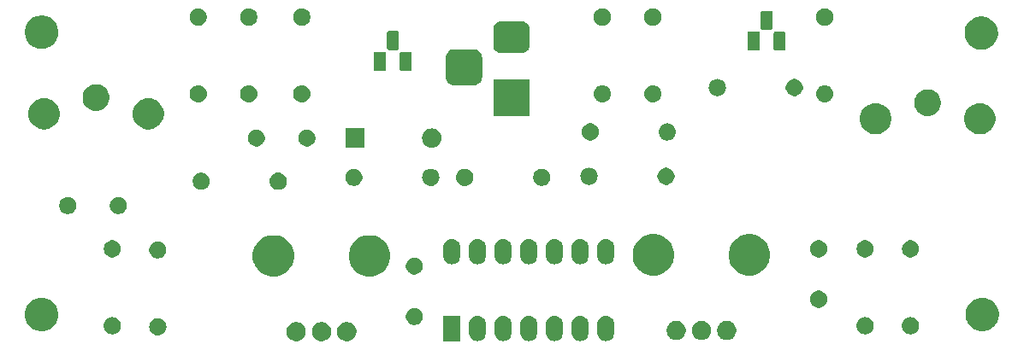
<source format=gbr>
G04 #@! TF.GenerationSoftware,KiCad,Pcbnew,(5.1.4-0-10_14)*
G04 #@! TF.CreationDate,2021-06-29T12:17:26+12:00*
G04 #@! TF.ProjectId,two_comparator_effect,74776f5f-636f-46d7-9061-7261746f725f,rev?*
G04 #@! TF.SameCoordinates,Original*
G04 #@! TF.FileFunction,Soldermask,Top*
G04 #@! TF.FilePolarity,Negative*
%FSLAX46Y46*%
G04 Gerber Fmt 4.6, Leading zero omitted, Abs format (unit mm)*
G04 Created by KiCad (PCBNEW (5.1.4-0-10_14)) date 2021-06-29 12:17:26*
%MOMM*%
%LPD*%
G04 APERTURE LIST*
%ADD10C,0.100000*%
G04 APERTURE END LIST*
D10*
G36*
X136806822Y-76661313D02*
G01*
X136967241Y-76709976D01*
X137115077Y-76788995D01*
X137227566Y-76881313D01*
X137244659Y-76895341D01*
X137351004Y-77024922D01*
X137351005Y-77024924D01*
X137430024Y-77172758D01*
X137478687Y-77333177D01*
X137491000Y-77458196D01*
X137491000Y-78341803D01*
X137478687Y-78466822D01*
X137430024Y-78627242D01*
X137359114Y-78759906D01*
X137351004Y-78775078D01*
X137244659Y-78904659D01*
X137115078Y-79011004D01*
X137115076Y-79011005D01*
X136967242Y-79090024D01*
X136806823Y-79138687D01*
X136640000Y-79155117D01*
X136473178Y-79138687D01*
X136312759Y-79090024D01*
X136164925Y-79011005D01*
X136164923Y-79011004D01*
X136035342Y-78904659D01*
X135928997Y-78775078D01*
X135920887Y-78759906D01*
X135849977Y-78627242D01*
X135801314Y-78466823D01*
X135789000Y-78341803D01*
X135789000Y-77458197D01*
X135801313Y-77333178D01*
X135849976Y-77172759D01*
X135928995Y-77024923D01*
X136035341Y-76895341D01*
X136052434Y-76881313D01*
X136164922Y-76788996D01*
X136202332Y-76769000D01*
X136312758Y-76709976D01*
X136473177Y-76661313D01*
X136640000Y-76644883D01*
X136806822Y-76661313D01*
X136806822Y-76661313D01*
G37*
G36*
X139346822Y-76661313D02*
G01*
X139507241Y-76709976D01*
X139655077Y-76788995D01*
X139767566Y-76881313D01*
X139784659Y-76895341D01*
X139891004Y-77024922D01*
X139891005Y-77024924D01*
X139970024Y-77172758D01*
X140018687Y-77333177D01*
X140031000Y-77458196D01*
X140031000Y-78341803D01*
X140018687Y-78466822D01*
X139970024Y-78627242D01*
X139899114Y-78759906D01*
X139891004Y-78775078D01*
X139784659Y-78904659D01*
X139655078Y-79011004D01*
X139655076Y-79011005D01*
X139507242Y-79090024D01*
X139346823Y-79138687D01*
X139180000Y-79155117D01*
X139013178Y-79138687D01*
X138852759Y-79090024D01*
X138704925Y-79011005D01*
X138704923Y-79011004D01*
X138575342Y-78904659D01*
X138468997Y-78775078D01*
X138460887Y-78759906D01*
X138389977Y-78627242D01*
X138341314Y-78466823D01*
X138329000Y-78341803D01*
X138329000Y-77458197D01*
X138341313Y-77333178D01*
X138389976Y-77172759D01*
X138468995Y-77024923D01*
X138575341Y-76895341D01*
X138592434Y-76881313D01*
X138704922Y-76788996D01*
X138742332Y-76769000D01*
X138852758Y-76709976D01*
X139013177Y-76661313D01*
X139180000Y-76644883D01*
X139346822Y-76661313D01*
X139346822Y-76661313D01*
G37*
G36*
X141886822Y-76661313D02*
G01*
X142047241Y-76709976D01*
X142195077Y-76788995D01*
X142307566Y-76881313D01*
X142324659Y-76895341D01*
X142431004Y-77024922D01*
X142431005Y-77024924D01*
X142510024Y-77172758D01*
X142558687Y-77333177D01*
X142571000Y-77458196D01*
X142571000Y-78341803D01*
X142558687Y-78466822D01*
X142510024Y-78627242D01*
X142439114Y-78759906D01*
X142431004Y-78775078D01*
X142324659Y-78904659D01*
X142195078Y-79011004D01*
X142195076Y-79011005D01*
X142047242Y-79090024D01*
X141886823Y-79138687D01*
X141720000Y-79155117D01*
X141553178Y-79138687D01*
X141392759Y-79090024D01*
X141244925Y-79011005D01*
X141244923Y-79011004D01*
X141115342Y-78904659D01*
X141008997Y-78775078D01*
X141000887Y-78759906D01*
X140929977Y-78627242D01*
X140881314Y-78466823D01*
X140869000Y-78341803D01*
X140869000Y-77458197D01*
X140881313Y-77333178D01*
X140929976Y-77172759D01*
X141008995Y-77024923D01*
X141115341Y-76895341D01*
X141132434Y-76881313D01*
X141244922Y-76788996D01*
X141282332Y-76769000D01*
X141392758Y-76709976D01*
X141553177Y-76661313D01*
X141720000Y-76644883D01*
X141886822Y-76661313D01*
X141886822Y-76661313D01*
G37*
G36*
X144426822Y-76661313D02*
G01*
X144587241Y-76709976D01*
X144735077Y-76788995D01*
X144847566Y-76881313D01*
X144864659Y-76895341D01*
X144971004Y-77024922D01*
X144971005Y-77024924D01*
X145050024Y-77172758D01*
X145098687Y-77333177D01*
X145111000Y-77458196D01*
X145111000Y-78341803D01*
X145098687Y-78466822D01*
X145050024Y-78627242D01*
X144979114Y-78759906D01*
X144971004Y-78775078D01*
X144864659Y-78904659D01*
X144735078Y-79011004D01*
X144735076Y-79011005D01*
X144587242Y-79090024D01*
X144426823Y-79138687D01*
X144260000Y-79155117D01*
X144093178Y-79138687D01*
X143932759Y-79090024D01*
X143784925Y-79011005D01*
X143784923Y-79011004D01*
X143655342Y-78904659D01*
X143548997Y-78775078D01*
X143540887Y-78759906D01*
X143469977Y-78627242D01*
X143421314Y-78466823D01*
X143409000Y-78341803D01*
X143409000Y-77458197D01*
X143421313Y-77333178D01*
X143469976Y-77172759D01*
X143548995Y-77024923D01*
X143655341Y-76895341D01*
X143672434Y-76881313D01*
X143784922Y-76788996D01*
X143822332Y-76769000D01*
X143932758Y-76709976D01*
X144093177Y-76661313D01*
X144260000Y-76644883D01*
X144426822Y-76661313D01*
X144426822Y-76661313D01*
G37*
G36*
X146966822Y-76661313D02*
G01*
X147127241Y-76709976D01*
X147275077Y-76788995D01*
X147387566Y-76881313D01*
X147404659Y-76895341D01*
X147511004Y-77024922D01*
X147511005Y-77024924D01*
X147590024Y-77172758D01*
X147638687Y-77333177D01*
X147651000Y-77458196D01*
X147651000Y-78341803D01*
X147638687Y-78466822D01*
X147590024Y-78627242D01*
X147519114Y-78759906D01*
X147511004Y-78775078D01*
X147404659Y-78904659D01*
X147275078Y-79011004D01*
X147275076Y-79011005D01*
X147127242Y-79090024D01*
X146966823Y-79138687D01*
X146800000Y-79155117D01*
X146633178Y-79138687D01*
X146472759Y-79090024D01*
X146324925Y-79011005D01*
X146324923Y-79011004D01*
X146195342Y-78904659D01*
X146088997Y-78775078D01*
X146080887Y-78759906D01*
X146009977Y-78627242D01*
X145961314Y-78466823D01*
X145949000Y-78341803D01*
X145949000Y-77458197D01*
X145961313Y-77333178D01*
X146009976Y-77172759D01*
X146088995Y-77024923D01*
X146195341Y-76895341D01*
X146212434Y-76881313D01*
X146324922Y-76788996D01*
X146362332Y-76769000D01*
X146472758Y-76709976D01*
X146633177Y-76661313D01*
X146800000Y-76644883D01*
X146966822Y-76661313D01*
X146966822Y-76661313D01*
G37*
G36*
X149506822Y-76661313D02*
G01*
X149667241Y-76709976D01*
X149815077Y-76788995D01*
X149927566Y-76881313D01*
X149944659Y-76895341D01*
X150051004Y-77024922D01*
X150051005Y-77024924D01*
X150130024Y-77172758D01*
X150178687Y-77333177D01*
X150191000Y-77458196D01*
X150191000Y-78341803D01*
X150178687Y-78466822D01*
X150130024Y-78627242D01*
X150059114Y-78759906D01*
X150051004Y-78775078D01*
X149944659Y-78904659D01*
X149815078Y-79011004D01*
X149815076Y-79011005D01*
X149667242Y-79090024D01*
X149506823Y-79138687D01*
X149340000Y-79155117D01*
X149173178Y-79138687D01*
X149012759Y-79090024D01*
X148864925Y-79011005D01*
X148864923Y-79011004D01*
X148735342Y-78904659D01*
X148628997Y-78775078D01*
X148620887Y-78759906D01*
X148549977Y-78627242D01*
X148501314Y-78466823D01*
X148489000Y-78341803D01*
X148489000Y-77458197D01*
X148501313Y-77333178D01*
X148549976Y-77172759D01*
X148628995Y-77024923D01*
X148735341Y-76895341D01*
X148752434Y-76881313D01*
X148864922Y-76788996D01*
X148902332Y-76769000D01*
X149012758Y-76709976D01*
X149173177Y-76661313D01*
X149340000Y-76644883D01*
X149506822Y-76661313D01*
X149506822Y-76661313D01*
G37*
G36*
X134951000Y-79151000D02*
G01*
X133249000Y-79151000D01*
X133249000Y-76649000D01*
X134951000Y-76649000D01*
X134951000Y-79151000D01*
X134951000Y-79151000D01*
G37*
G36*
X123977395Y-77285546D02*
G01*
X124150466Y-77357234D01*
X124156566Y-77361310D01*
X124306227Y-77461310D01*
X124438690Y-77593773D01*
X124438691Y-77593775D01*
X124542766Y-77749534D01*
X124614454Y-77922605D01*
X124651000Y-78106333D01*
X124651000Y-78293667D01*
X124614454Y-78477395D01*
X124542766Y-78650466D01*
X124542765Y-78650467D01*
X124438690Y-78806227D01*
X124306227Y-78938690D01*
X124227818Y-78991081D01*
X124150466Y-79042766D01*
X123977395Y-79114454D01*
X123793667Y-79151000D01*
X123606333Y-79151000D01*
X123422605Y-79114454D01*
X123249534Y-79042766D01*
X123172182Y-78991081D01*
X123093773Y-78938690D01*
X122961310Y-78806227D01*
X122857235Y-78650467D01*
X122857234Y-78650466D01*
X122785546Y-78477395D01*
X122749000Y-78293667D01*
X122749000Y-78106333D01*
X122785546Y-77922605D01*
X122857234Y-77749534D01*
X122961309Y-77593775D01*
X122961310Y-77593773D01*
X123093773Y-77461310D01*
X123243434Y-77361310D01*
X123249534Y-77357234D01*
X123422605Y-77285546D01*
X123606333Y-77249000D01*
X123793667Y-77249000D01*
X123977395Y-77285546D01*
X123977395Y-77285546D01*
G37*
G36*
X121477395Y-77285546D02*
G01*
X121650466Y-77357234D01*
X121656566Y-77361310D01*
X121806227Y-77461310D01*
X121938690Y-77593773D01*
X121938691Y-77593775D01*
X122042766Y-77749534D01*
X122114454Y-77922605D01*
X122151000Y-78106333D01*
X122151000Y-78293667D01*
X122114454Y-78477395D01*
X122042766Y-78650466D01*
X122042765Y-78650467D01*
X121938690Y-78806227D01*
X121806227Y-78938690D01*
X121727818Y-78991081D01*
X121650466Y-79042766D01*
X121477395Y-79114454D01*
X121293667Y-79151000D01*
X121106333Y-79151000D01*
X120922605Y-79114454D01*
X120749534Y-79042766D01*
X120672182Y-78991081D01*
X120593773Y-78938690D01*
X120461310Y-78806227D01*
X120357235Y-78650467D01*
X120357234Y-78650466D01*
X120285546Y-78477395D01*
X120249000Y-78293667D01*
X120249000Y-78106333D01*
X120285546Y-77922605D01*
X120357234Y-77749534D01*
X120461309Y-77593775D01*
X120461310Y-77593773D01*
X120593773Y-77461310D01*
X120743434Y-77361310D01*
X120749534Y-77357234D01*
X120922605Y-77285546D01*
X121106333Y-77249000D01*
X121293667Y-77249000D01*
X121477395Y-77285546D01*
X121477395Y-77285546D01*
G37*
G36*
X118977395Y-77285546D02*
G01*
X119150466Y-77357234D01*
X119156566Y-77361310D01*
X119306227Y-77461310D01*
X119438690Y-77593773D01*
X119438691Y-77593775D01*
X119542766Y-77749534D01*
X119614454Y-77922605D01*
X119651000Y-78106333D01*
X119651000Y-78293667D01*
X119614454Y-78477395D01*
X119542766Y-78650466D01*
X119542765Y-78650467D01*
X119438690Y-78806227D01*
X119306227Y-78938690D01*
X119227818Y-78991081D01*
X119150466Y-79042766D01*
X118977395Y-79114454D01*
X118793667Y-79151000D01*
X118606333Y-79151000D01*
X118422605Y-79114454D01*
X118249534Y-79042766D01*
X118172182Y-78991081D01*
X118093773Y-78938690D01*
X117961310Y-78806227D01*
X117857235Y-78650467D01*
X117857234Y-78650466D01*
X117785546Y-78477395D01*
X117749000Y-78293667D01*
X117749000Y-78106333D01*
X117785546Y-77922605D01*
X117857234Y-77749534D01*
X117961309Y-77593775D01*
X117961310Y-77593773D01*
X118093773Y-77461310D01*
X118243434Y-77361310D01*
X118249534Y-77357234D01*
X118422605Y-77285546D01*
X118606333Y-77249000D01*
X118793667Y-77249000D01*
X118977395Y-77285546D01*
X118977395Y-77285546D01*
G37*
G36*
X161577395Y-77185546D02*
G01*
X161750466Y-77257234D01*
X161792838Y-77285546D01*
X161906227Y-77361310D01*
X162038690Y-77493773D01*
X162038691Y-77493775D01*
X162142766Y-77649534D01*
X162214454Y-77822605D01*
X162251000Y-78006333D01*
X162251000Y-78193667D01*
X162214454Y-78377395D01*
X162142766Y-78550466D01*
X162091468Y-78627239D01*
X162038690Y-78706227D01*
X161906227Y-78838690D01*
X161827818Y-78891081D01*
X161750466Y-78942766D01*
X161577395Y-79014454D01*
X161393667Y-79051000D01*
X161206333Y-79051000D01*
X161022605Y-79014454D01*
X160849534Y-78942766D01*
X160772182Y-78891081D01*
X160693773Y-78838690D01*
X160561310Y-78706227D01*
X160508532Y-78627239D01*
X160457234Y-78550466D01*
X160385546Y-78377395D01*
X160349000Y-78193667D01*
X160349000Y-78006333D01*
X160385546Y-77822605D01*
X160457234Y-77649534D01*
X160561309Y-77493775D01*
X160561310Y-77493773D01*
X160693773Y-77361310D01*
X160807162Y-77285546D01*
X160849534Y-77257234D01*
X161022605Y-77185546D01*
X161206333Y-77149000D01*
X161393667Y-77149000D01*
X161577395Y-77185546D01*
X161577395Y-77185546D01*
G37*
G36*
X159077395Y-77185546D02*
G01*
X159250466Y-77257234D01*
X159292838Y-77285546D01*
X159406227Y-77361310D01*
X159538690Y-77493773D01*
X159538691Y-77493775D01*
X159642766Y-77649534D01*
X159714454Y-77822605D01*
X159751000Y-78006333D01*
X159751000Y-78193667D01*
X159714454Y-78377395D01*
X159642766Y-78550466D01*
X159591468Y-78627239D01*
X159538690Y-78706227D01*
X159406227Y-78838690D01*
X159327818Y-78891081D01*
X159250466Y-78942766D01*
X159077395Y-79014454D01*
X158893667Y-79051000D01*
X158706333Y-79051000D01*
X158522605Y-79014454D01*
X158349534Y-78942766D01*
X158272182Y-78891081D01*
X158193773Y-78838690D01*
X158061310Y-78706227D01*
X158008532Y-78627239D01*
X157957234Y-78550466D01*
X157885546Y-78377395D01*
X157849000Y-78193667D01*
X157849000Y-78006333D01*
X157885546Y-77822605D01*
X157957234Y-77649534D01*
X158061309Y-77493775D01*
X158061310Y-77493773D01*
X158193773Y-77361310D01*
X158307162Y-77285546D01*
X158349534Y-77257234D01*
X158522605Y-77185546D01*
X158706333Y-77149000D01*
X158893667Y-77149000D01*
X159077395Y-77185546D01*
X159077395Y-77185546D01*
G37*
G36*
X156577395Y-77185546D02*
G01*
X156750466Y-77257234D01*
X156792838Y-77285546D01*
X156906227Y-77361310D01*
X157038690Y-77493773D01*
X157038691Y-77493775D01*
X157142766Y-77649534D01*
X157214454Y-77822605D01*
X157251000Y-78006333D01*
X157251000Y-78193667D01*
X157214454Y-78377395D01*
X157142766Y-78550466D01*
X157091468Y-78627239D01*
X157038690Y-78706227D01*
X156906227Y-78838690D01*
X156827818Y-78891081D01*
X156750466Y-78942766D01*
X156577395Y-79014454D01*
X156393667Y-79051000D01*
X156206333Y-79051000D01*
X156022605Y-79014454D01*
X155849534Y-78942766D01*
X155772182Y-78891081D01*
X155693773Y-78838690D01*
X155561310Y-78706227D01*
X155508532Y-78627239D01*
X155457234Y-78550466D01*
X155385546Y-78377395D01*
X155349000Y-78193667D01*
X155349000Y-78006333D01*
X155385546Y-77822605D01*
X155457234Y-77649534D01*
X155561309Y-77493775D01*
X155561310Y-77493773D01*
X155693773Y-77361310D01*
X155807162Y-77285546D01*
X155849534Y-77257234D01*
X156022605Y-77185546D01*
X156206333Y-77149000D01*
X156393667Y-77149000D01*
X156577395Y-77185546D01*
X156577395Y-77185546D01*
G37*
G36*
X105166823Y-76881313D02*
G01*
X105327242Y-76929976D01*
X105423782Y-76981578D01*
X105475078Y-77008996D01*
X105604659Y-77115341D01*
X105711004Y-77244922D01*
X105711005Y-77244924D01*
X105790024Y-77392758D01*
X105838687Y-77553177D01*
X105855117Y-77720000D01*
X105838687Y-77886823D01*
X105790024Y-78047242D01*
X105768477Y-78087553D01*
X105711004Y-78195078D01*
X105604659Y-78324659D01*
X105475078Y-78431004D01*
X105475076Y-78431005D01*
X105327242Y-78510024D01*
X105166823Y-78558687D01*
X105041804Y-78571000D01*
X104958196Y-78571000D01*
X104833177Y-78558687D01*
X104672758Y-78510024D01*
X104524924Y-78431005D01*
X104524922Y-78431004D01*
X104395341Y-78324659D01*
X104288996Y-78195078D01*
X104231523Y-78087553D01*
X104209976Y-78047242D01*
X104161313Y-77886823D01*
X104144883Y-77720000D01*
X104161313Y-77553177D01*
X104209976Y-77392758D01*
X104288995Y-77244924D01*
X104288996Y-77244922D01*
X104395341Y-77115341D01*
X104524922Y-77008996D01*
X104576218Y-76981578D01*
X104672758Y-76929976D01*
X104833177Y-76881313D01*
X104958196Y-76869000D01*
X105041804Y-76869000D01*
X105166823Y-76881313D01*
X105166823Y-76881313D01*
G37*
G36*
X100666823Y-76781313D02*
G01*
X100827242Y-76829976D01*
X100949531Y-76895341D01*
X100975078Y-76908996D01*
X101104659Y-77015341D01*
X101211004Y-77144922D01*
X101211005Y-77144924D01*
X101290024Y-77292758D01*
X101338687Y-77453177D01*
X101355117Y-77620000D01*
X101338687Y-77786823D01*
X101290024Y-77947242D01*
X101258439Y-78006333D01*
X101211004Y-78095078D01*
X101104659Y-78224659D01*
X100975078Y-78331004D01*
X100975076Y-78331005D01*
X100827242Y-78410024D01*
X100666823Y-78458687D01*
X100541804Y-78471000D01*
X100458196Y-78471000D01*
X100333177Y-78458687D01*
X100172758Y-78410024D01*
X100024924Y-78331005D01*
X100024922Y-78331004D01*
X99895341Y-78224659D01*
X99788996Y-78095078D01*
X99741561Y-78006333D01*
X99709976Y-77947242D01*
X99661313Y-77786823D01*
X99644883Y-77620000D01*
X99661313Y-77453177D01*
X99709976Y-77292758D01*
X99788995Y-77144924D01*
X99788996Y-77144922D01*
X99895341Y-77015341D01*
X100024922Y-76908996D01*
X100050469Y-76895341D01*
X100172758Y-76829976D01*
X100333177Y-76781313D01*
X100458196Y-76769000D01*
X100541804Y-76769000D01*
X100666823Y-76781313D01*
X100666823Y-76781313D01*
G37*
G36*
X179666823Y-76781313D02*
G01*
X179827242Y-76829976D01*
X179949531Y-76895341D01*
X179975078Y-76908996D01*
X180104659Y-77015341D01*
X180211004Y-77144922D01*
X180211005Y-77144924D01*
X180290024Y-77292758D01*
X180338687Y-77453177D01*
X180355117Y-77620000D01*
X180338687Y-77786823D01*
X180290024Y-77947242D01*
X180258439Y-78006333D01*
X180211004Y-78095078D01*
X180104659Y-78224659D01*
X179975078Y-78331004D01*
X179975076Y-78331005D01*
X179827242Y-78410024D01*
X179666823Y-78458687D01*
X179541804Y-78471000D01*
X179458196Y-78471000D01*
X179333177Y-78458687D01*
X179172758Y-78410024D01*
X179024924Y-78331005D01*
X179024922Y-78331004D01*
X178895341Y-78224659D01*
X178788996Y-78095078D01*
X178741561Y-78006333D01*
X178709976Y-77947242D01*
X178661313Y-77786823D01*
X178644883Y-77620000D01*
X178661313Y-77453177D01*
X178709976Y-77292758D01*
X178788995Y-77144924D01*
X178788996Y-77144922D01*
X178895341Y-77015341D01*
X179024922Y-76908996D01*
X179050469Y-76895341D01*
X179172758Y-76829976D01*
X179333177Y-76781313D01*
X179458196Y-76769000D01*
X179541804Y-76769000D01*
X179666823Y-76781313D01*
X179666823Y-76781313D01*
G37*
G36*
X175166823Y-76781313D02*
G01*
X175327242Y-76829976D01*
X175449531Y-76895341D01*
X175475078Y-76908996D01*
X175604659Y-77015341D01*
X175711004Y-77144922D01*
X175711005Y-77144924D01*
X175790024Y-77292758D01*
X175838687Y-77453177D01*
X175855117Y-77620000D01*
X175838687Y-77786823D01*
X175790024Y-77947242D01*
X175758439Y-78006333D01*
X175711004Y-78095078D01*
X175604659Y-78224659D01*
X175475078Y-78331004D01*
X175475076Y-78331005D01*
X175327242Y-78410024D01*
X175166823Y-78458687D01*
X175041804Y-78471000D01*
X174958196Y-78471000D01*
X174833177Y-78458687D01*
X174672758Y-78410024D01*
X174524924Y-78331005D01*
X174524922Y-78331004D01*
X174395341Y-78224659D01*
X174288996Y-78095078D01*
X174241561Y-78006333D01*
X174209976Y-77947242D01*
X174161313Y-77786823D01*
X174144883Y-77620000D01*
X174161313Y-77453177D01*
X174209976Y-77292758D01*
X174288995Y-77144924D01*
X174288996Y-77144922D01*
X174395341Y-77015341D01*
X174524922Y-76908996D01*
X174550469Y-76895341D01*
X174672758Y-76829976D01*
X174833177Y-76781313D01*
X174958196Y-76769000D01*
X175041804Y-76769000D01*
X175166823Y-76781313D01*
X175166823Y-76781313D01*
G37*
G36*
X186975256Y-74891298D02*
G01*
X187081579Y-74912447D01*
X187382042Y-75036903D01*
X187652451Y-75217585D01*
X187882415Y-75447549D01*
X188063097Y-75717958D01*
X188063098Y-75717960D01*
X188187553Y-76018422D01*
X188251000Y-76337389D01*
X188251000Y-76662611D01*
X188225860Y-76788995D01*
X188187553Y-76981579D01*
X188137217Y-77103100D01*
X188073373Y-77257235D01*
X188063097Y-77282042D01*
X187882415Y-77552451D01*
X187652451Y-77782415D01*
X187382042Y-77963097D01*
X187081579Y-78087553D01*
X187043758Y-78095076D01*
X186762611Y-78151000D01*
X186437389Y-78151000D01*
X186156242Y-78095076D01*
X186118421Y-78087553D01*
X185817958Y-77963097D01*
X185547549Y-77782415D01*
X185317585Y-77552451D01*
X185136903Y-77282042D01*
X185126628Y-77257235D01*
X185062783Y-77103100D01*
X185012447Y-76981579D01*
X184974140Y-76788995D01*
X184949000Y-76662611D01*
X184949000Y-76337389D01*
X185012447Y-76018422D01*
X185136902Y-75717960D01*
X185136903Y-75717958D01*
X185317585Y-75447549D01*
X185547549Y-75217585D01*
X185817958Y-75036903D01*
X186118421Y-74912447D01*
X186224744Y-74891298D01*
X186437389Y-74849000D01*
X186762611Y-74849000D01*
X186975256Y-74891298D01*
X186975256Y-74891298D01*
G37*
G36*
X93875256Y-74891298D02*
G01*
X93981579Y-74912447D01*
X94282042Y-75036903D01*
X94552451Y-75217585D01*
X94782415Y-75447549D01*
X94963097Y-75717958D01*
X94963098Y-75717960D01*
X95087553Y-76018422D01*
X95151000Y-76337389D01*
X95151000Y-76662611D01*
X95125860Y-76788995D01*
X95087553Y-76981579D01*
X95037217Y-77103100D01*
X94973373Y-77257235D01*
X94963097Y-77282042D01*
X94782415Y-77552451D01*
X94552451Y-77782415D01*
X94282042Y-77963097D01*
X93981579Y-78087553D01*
X93943758Y-78095076D01*
X93662611Y-78151000D01*
X93337389Y-78151000D01*
X93056242Y-78095076D01*
X93018421Y-78087553D01*
X92717958Y-77963097D01*
X92447549Y-77782415D01*
X92217585Y-77552451D01*
X92036903Y-77282042D01*
X92026628Y-77257235D01*
X91962783Y-77103100D01*
X91912447Y-76981579D01*
X91874140Y-76788995D01*
X91849000Y-76662611D01*
X91849000Y-76337389D01*
X91912447Y-76018422D01*
X92036902Y-75717960D01*
X92036903Y-75717958D01*
X92217585Y-75447549D01*
X92447549Y-75217585D01*
X92717958Y-75036903D01*
X93018421Y-74912447D01*
X93124744Y-74891298D01*
X93337389Y-74849000D01*
X93662611Y-74849000D01*
X93875256Y-74891298D01*
X93875256Y-74891298D01*
G37*
G36*
X130648228Y-75881703D02*
G01*
X130803100Y-75945853D01*
X130942481Y-76038985D01*
X131061015Y-76157519D01*
X131154147Y-76296900D01*
X131218297Y-76451772D01*
X131251000Y-76616184D01*
X131251000Y-76783816D01*
X131218297Y-76948228D01*
X131154147Y-77103100D01*
X131061015Y-77242481D01*
X130942481Y-77361015D01*
X130803100Y-77454147D01*
X130648228Y-77518297D01*
X130483816Y-77551000D01*
X130316184Y-77551000D01*
X130151772Y-77518297D01*
X129996900Y-77454147D01*
X129857519Y-77361015D01*
X129738985Y-77242481D01*
X129645853Y-77103100D01*
X129581703Y-76948228D01*
X129549000Y-76783816D01*
X129549000Y-76616184D01*
X129581703Y-76451772D01*
X129645853Y-76296900D01*
X129738985Y-76157519D01*
X129857519Y-76038985D01*
X129996900Y-75945853D01*
X130151772Y-75881703D01*
X130316184Y-75849000D01*
X130483816Y-75849000D01*
X130648228Y-75881703D01*
X130648228Y-75881703D01*
G37*
G36*
X170648228Y-74181703D02*
G01*
X170803100Y-74245853D01*
X170942481Y-74338985D01*
X171061015Y-74457519D01*
X171154147Y-74596900D01*
X171218297Y-74751772D01*
X171251000Y-74916184D01*
X171251000Y-75083816D01*
X171218297Y-75248228D01*
X171154147Y-75403100D01*
X171061015Y-75542481D01*
X170942481Y-75661015D01*
X170803100Y-75754147D01*
X170648228Y-75818297D01*
X170483816Y-75851000D01*
X170316184Y-75851000D01*
X170151772Y-75818297D01*
X169996900Y-75754147D01*
X169857519Y-75661015D01*
X169738985Y-75542481D01*
X169645853Y-75403100D01*
X169581703Y-75248228D01*
X169549000Y-75083816D01*
X169549000Y-74916184D01*
X169581703Y-74751772D01*
X169645853Y-74596900D01*
X169738985Y-74457519D01*
X169857519Y-74338985D01*
X169996900Y-74245853D01*
X170151772Y-74181703D01*
X170316184Y-74149000D01*
X170483816Y-74149000D01*
X170648228Y-74181703D01*
X170648228Y-74181703D01*
G37*
G36*
X126548254Y-68727818D02*
G01*
X126921511Y-68882426D01*
X126921513Y-68882427D01*
X127257436Y-69106884D01*
X127543116Y-69392564D01*
X127653336Y-69557519D01*
X127767574Y-69728489D01*
X127922182Y-70101746D01*
X128001000Y-70497993D01*
X128001000Y-70902007D01*
X127922182Y-71298254D01*
X127824070Y-71535117D01*
X127767573Y-71671513D01*
X127543116Y-72007436D01*
X127257436Y-72293116D01*
X126921513Y-72517573D01*
X126921512Y-72517574D01*
X126921511Y-72517574D01*
X126548254Y-72672182D01*
X126152007Y-72751000D01*
X125747993Y-72751000D01*
X125351746Y-72672182D01*
X124978489Y-72517574D01*
X124978488Y-72517574D01*
X124978487Y-72517573D01*
X124642564Y-72293116D01*
X124356884Y-72007436D01*
X124132427Y-71671513D01*
X124075930Y-71535117D01*
X123977818Y-71298254D01*
X123899000Y-70902007D01*
X123899000Y-70497993D01*
X123977818Y-70101746D01*
X124132426Y-69728489D01*
X124246665Y-69557519D01*
X124356884Y-69392564D01*
X124642564Y-69106884D01*
X124978487Y-68882427D01*
X124978489Y-68882426D01*
X125351746Y-68727818D01*
X125747993Y-68649000D01*
X126152007Y-68649000D01*
X126548254Y-68727818D01*
X126548254Y-68727818D01*
G37*
G36*
X117048254Y-68727818D02*
G01*
X117421511Y-68882426D01*
X117421513Y-68882427D01*
X117757436Y-69106884D01*
X118043116Y-69392564D01*
X118153336Y-69557519D01*
X118267574Y-69728489D01*
X118422182Y-70101746D01*
X118501000Y-70497993D01*
X118501000Y-70902007D01*
X118422182Y-71298254D01*
X118324070Y-71535117D01*
X118267573Y-71671513D01*
X118043116Y-72007436D01*
X117757436Y-72293116D01*
X117421513Y-72517573D01*
X117421512Y-72517574D01*
X117421511Y-72517574D01*
X117048254Y-72672182D01*
X116652007Y-72751000D01*
X116247993Y-72751000D01*
X115851746Y-72672182D01*
X115478489Y-72517574D01*
X115478488Y-72517574D01*
X115478487Y-72517573D01*
X115142564Y-72293116D01*
X114856884Y-72007436D01*
X114632427Y-71671513D01*
X114575930Y-71535117D01*
X114477818Y-71298254D01*
X114399000Y-70902007D01*
X114399000Y-70497993D01*
X114477818Y-70101746D01*
X114632426Y-69728489D01*
X114746665Y-69557519D01*
X114856884Y-69392564D01*
X115142564Y-69106884D01*
X115478487Y-68882427D01*
X115478489Y-68882426D01*
X115851746Y-68727818D01*
X116247993Y-68649000D01*
X116652007Y-68649000D01*
X117048254Y-68727818D01*
X117048254Y-68727818D01*
G37*
G36*
X164148254Y-68627818D02*
G01*
X164521511Y-68782426D01*
X164521513Y-68782427D01*
X164857436Y-69006884D01*
X165143116Y-69292564D01*
X165320154Y-69557519D01*
X165367574Y-69628489D01*
X165522182Y-70001746D01*
X165601000Y-70397993D01*
X165601000Y-70802007D01*
X165522182Y-71198254D01*
X165480760Y-71298255D01*
X165367573Y-71571513D01*
X165143116Y-71907436D01*
X164857436Y-72193116D01*
X164521513Y-72417573D01*
X164521512Y-72417574D01*
X164521511Y-72417574D01*
X164148254Y-72572182D01*
X163752007Y-72651000D01*
X163347993Y-72651000D01*
X162951746Y-72572182D01*
X162578489Y-72417574D01*
X162578488Y-72417574D01*
X162578487Y-72417573D01*
X162242564Y-72193116D01*
X161956884Y-71907436D01*
X161732427Y-71571513D01*
X161619240Y-71298255D01*
X161577818Y-71198254D01*
X161499000Y-70802007D01*
X161499000Y-70397993D01*
X161577818Y-70001746D01*
X161732426Y-69628489D01*
X161779847Y-69557519D01*
X161956884Y-69292564D01*
X162242564Y-69006884D01*
X162578487Y-68782427D01*
X162578489Y-68782426D01*
X162951746Y-68627818D01*
X163347993Y-68549000D01*
X163752007Y-68549000D01*
X164148254Y-68627818D01*
X164148254Y-68627818D01*
G37*
G36*
X154648254Y-68627818D02*
G01*
X155021511Y-68782426D01*
X155021513Y-68782427D01*
X155357436Y-69006884D01*
X155643116Y-69292564D01*
X155820154Y-69557519D01*
X155867574Y-69628489D01*
X156022182Y-70001746D01*
X156101000Y-70397993D01*
X156101000Y-70802007D01*
X156022182Y-71198254D01*
X155980760Y-71298255D01*
X155867573Y-71571513D01*
X155643116Y-71907436D01*
X155357436Y-72193116D01*
X155021513Y-72417573D01*
X155021512Y-72417574D01*
X155021511Y-72417574D01*
X154648254Y-72572182D01*
X154252007Y-72651000D01*
X153847993Y-72651000D01*
X153451746Y-72572182D01*
X153078489Y-72417574D01*
X153078488Y-72417574D01*
X153078487Y-72417573D01*
X152742564Y-72193116D01*
X152456884Y-71907436D01*
X152232427Y-71571513D01*
X152119240Y-71298255D01*
X152077818Y-71198254D01*
X151999000Y-70802007D01*
X151999000Y-70397993D01*
X152077818Y-70001746D01*
X152232426Y-69628489D01*
X152279847Y-69557519D01*
X152456884Y-69292564D01*
X152742564Y-69006884D01*
X153078487Y-68782427D01*
X153078489Y-68782426D01*
X153451746Y-68627818D01*
X153847993Y-68549000D01*
X154252007Y-68549000D01*
X154648254Y-68627818D01*
X154648254Y-68627818D01*
G37*
G36*
X130648228Y-70881703D02*
G01*
X130803100Y-70945853D01*
X130942481Y-71038985D01*
X131061015Y-71157519D01*
X131154147Y-71296900D01*
X131218297Y-71451772D01*
X131251000Y-71616184D01*
X131251000Y-71783816D01*
X131218297Y-71948228D01*
X131154147Y-72103100D01*
X131061015Y-72242481D01*
X130942481Y-72361015D01*
X130803100Y-72454147D01*
X130648228Y-72518297D01*
X130483816Y-72551000D01*
X130316184Y-72551000D01*
X130151772Y-72518297D01*
X129996900Y-72454147D01*
X129857519Y-72361015D01*
X129738985Y-72242481D01*
X129645853Y-72103100D01*
X129581703Y-71948228D01*
X129549000Y-71783816D01*
X129549000Y-71616184D01*
X129581703Y-71451772D01*
X129645853Y-71296900D01*
X129738985Y-71157519D01*
X129857519Y-71038985D01*
X129996900Y-70945853D01*
X130151772Y-70881703D01*
X130316184Y-70849000D01*
X130483816Y-70849000D01*
X130648228Y-70881703D01*
X130648228Y-70881703D01*
G37*
G36*
X134266822Y-69041313D02*
G01*
X134427241Y-69089976D01*
X134575077Y-69168995D01*
X134704659Y-69275341D01*
X134811004Y-69404922D01*
X134811005Y-69404924D01*
X134890024Y-69552758D01*
X134938687Y-69713177D01*
X134951000Y-69838196D01*
X134951000Y-70721803D01*
X134938687Y-70846822D01*
X134890024Y-71007242D01*
X134873057Y-71038985D01*
X134811004Y-71155078D01*
X134704659Y-71284659D01*
X134575078Y-71391004D01*
X134575076Y-71391005D01*
X134427242Y-71470024D01*
X134266823Y-71518687D01*
X134100000Y-71535117D01*
X133933178Y-71518687D01*
X133772759Y-71470024D01*
X133624925Y-71391005D01*
X133624923Y-71391004D01*
X133495342Y-71284659D01*
X133388997Y-71155078D01*
X133326944Y-71038985D01*
X133309977Y-71007242D01*
X133261314Y-70846823D01*
X133249000Y-70721803D01*
X133249000Y-69838197D01*
X133261313Y-69713178D01*
X133309976Y-69552759D01*
X133388995Y-69404923D01*
X133495341Y-69275341D01*
X133624922Y-69168996D01*
X133662332Y-69149000D01*
X133772758Y-69089976D01*
X133933177Y-69041313D01*
X134100000Y-69024883D01*
X134266822Y-69041313D01*
X134266822Y-69041313D01*
G37*
G36*
X136806822Y-69041313D02*
G01*
X136967241Y-69089976D01*
X137115077Y-69168995D01*
X137244659Y-69275341D01*
X137351004Y-69404922D01*
X137351005Y-69404924D01*
X137430024Y-69552758D01*
X137478687Y-69713177D01*
X137491000Y-69838196D01*
X137491000Y-70721803D01*
X137478687Y-70846822D01*
X137430024Y-71007242D01*
X137413057Y-71038985D01*
X137351004Y-71155078D01*
X137244659Y-71284659D01*
X137115078Y-71391004D01*
X137115076Y-71391005D01*
X136967242Y-71470024D01*
X136806823Y-71518687D01*
X136640000Y-71535117D01*
X136473178Y-71518687D01*
X136312759Y-71470024D01*
X136164925Y-71391005D01*
X136164923Y-71391004D01*
X136035342Y-71284659D01*
X135928997Y-71155078D01*
X135866944Y-71038985D01*
X135849977Y-71007242D01*
X135801314Y-70846823D01*
X135789000Y-70721803D01*
X135789000Y-69838197D01*
X135801313Y-69713178D01*
X135849976Y-69552759D01*
X135928995Y-69404923D01*
X136035341Y-69275341D01*
X136164922Y-69168996D01*
X136202332Y-69149000D01*
X136312758Y-69089976D01*
X136473177Y-69041313D01*
X136640000Y-69024883D01*
X136806822Y-69041313D01*
X136806822Y-69041313D01*
G37*
G36*
X139346822Y-69041313D02*
G01*
X139507241Y-69089976D01*
X139655077Y-69168995D01*
X139784659Y-69275341D01*
X139891004Y-69404922D01*
X139891005Y-69404924D01*
X139970024Y-69552758D01*
X140018687Y-69713177D01*
X140031000Y-69838196D01*
X140031000Y-70721803D01*
X140018687Y-70846822D01*
X139970024Y-71007242D01*
X139953057Y-71038985D01*
X139891004Y-71155078D01*
X139784659Y-71284659D01*
X139655078Y-71391004D01*
X139655076Y-71391005D01*
X139507242Y-71470024D01*
X139346823Y-71518687D01*
X139180000Y-71535117D01*
X139013178Y-71518687D01*
X138852759Y-71470024D01*
X138704925Y-71391005D01*
X138704923Y-71391004D01*
X138575342Y-71284659D01*
X138468997Y-71155078D01*
X138406944Y-71038985D01*
X138389977Y-71007242D01*
X138341314Y-70846823D01*
X138329000Y-70721803D01*
X138329000Y-69838197D01*
X138341313Y-69713178D01*
X138389976Y-69552759D01*
X138468995Y-69404923D01*
X138575341Y-69275341D01*
X138704922Y-69168996D01*
X138742332Y-69149000D01*
X138852758Y-69089976D01*
X139013177Y-69041313D01*
X139180000Y-69024883D01*
X139346822Y-69041313D01*
X139346822Y-69041313D01*
G37*
G36*
X141886822Y-69041313D02*
G01*
X142047241Y-69089976D01*
X142195077Y-69168995D01*
X142324659Y-69275341D01*
X142431004Y-69404922D01*
X142431005Y-69404924D01*
X142510024Y-69552758D01*
X142558687Y-69713177D01*
X142571000Y-69838196D01*
X142571000Y-70721803D01*
X142558687Y-70846822D01*
X142510024Y-71007242D01*
X142493057Y-71038985D01*
X142431004Y-71155078D01*
X142324659Y-71284659D01*
X142195078Y-71391004D01*
X142195076Y-71391005D01*
X142047242Y-71470024D01*
X141886823Y-71518687D01*
X141720000Y-71535117D01*
X141553178Y-71518687D01*
X141392759Y-71470024D01*
X141244925Y-71391005D01*
X141244923Y-71391004D01*
X141115342Y-71284659D01*
X141008997Y-71155078D01*
X140946944Y-71038985D01*
X140929977Y-71007242D01*
X140881314Y-70846823D01*
X140869000Y-70721803D01*
X140869000Y-69838197D01*
X140881313Y-69713178D01*
X140929976Y-69552759D01*
X141008995Y-69404923D01*
X141115341Y-69275341D01*
X141244922Y-69168996D01*
X141282332Y-69149000D01*
X141392758Y-69089976D01*
X141553177Y-69041313D01*
X141720000Y-69024883D01*
X141886822Y-69041313D01*
X141886822Y-69041313D01*
G37*
G36*
X144426822Y-69041313D02*
G01*
X144587241Y-69089976D01*
X144735077Y-69168995D01*
X144864659Y-69275341D01*
X144971004Y-69404922D01*
X144971005Y-69404924D01*
X145050024Y-69552758D01*
X145098687Y-69713177D01*
X145111000Y-69838196D01*
X145111000Y-70721803D01*
X145098687Y-70846822D01*
X145050024Y-71007242D01*
X145033057Y-71038985D01*
X144971004Y-71155078D01*
X144864659Y-71284659D01*
X144735078Y-71391004D01*
X144735076Y-71391005D01*
X144587242Y-71470024D01*
X144426823Y-71518687D01*
X144260000Y-71535117D01*
X144093178Y-71518687D01*
X143932759Y-71470024D01*
X143784925Y-71391005D01*
X143784923Y-71391004D01*
X143655342Y-71284659D01*
X143548997Y-71155078D01*
X143486944Y-71038985D01*
X143469977Y-71007242D01*
X143421314Y-70846823D01*
X143409000Y-70721803D01*
X143409000Y-69838197D01*
X143421313Y-69713178D01*
X143469976Y-69552759D01*
X143548995Y-69404923D01*
X143655341Y-69275341D01*
X143784922Y-69168996D01*
X143822332Y-69149000D01*
X143932758Y-69089976D01*
X144093177Y-69041313D01*
X144260000Y-69024883D01*
X144426822Y-69041313D01*
X144426822Y-69041313D01*
G37*
G36*
X146966822Y-69041313D02*
G01*
X147127241Y-69089976D01*
X147275077Y-69168995D01*
X147404659Y-69275341D01*
X147511004Y-69404922D01*
X147511005Y-69404924D01*
X147590024Y-69552758D01*
X147638687Y-69713177D01*
X147651000Y-69838196D01*
X147651000Y-70721803D01*
X147638687Y-70846822D01*
X147590024Y-71007242D01*
X147573057Y-71038985D01*
X147511004Y-71155078D01*
X147404659Y-71284659D01*
X147275078Y-71391004D01*
X147275076Y-71391005D01*
X147127242Y-71470024D01*
X146966823Y-71518687D01*
X146800000Y-71535117D01*
X146633178Y-71518687D01*
X146472759Y-71470024D01*
X146324925Y-71391005D01*
X146324923Y-71391004D01*
X146195342Y-71284659D01*
X146088997Y-71155078D01*
X146026944Y-71038985D01*
X146009977Y-71007242D01*
X145961314Y-70846823D01*
X145949000Y-70721803D01*
X145949000Y-69838197D01*
X145961313Y-69713178D01*
X146009976Y-69552759D01*
X146088995Y-69404923D01*
X146195341Y-69275341D01*
X146324922Y-69168996D01*
X146362332Y-69149000D01*
X146472758Y-69089976D01*
X146633177Y-69041313D01*
X146800000Y-69024883D01*
X146966822Y-69041313D01*
X146966822Y-69041313D01*
G37*
G36*
X149506822Y-69041313D02*
G01*
X149667241Y-69089976D01*
X149815077Y-69168995D01*
X149944659Y-69275341D01*
X150051004Y-69404922D01*
X150051005Y-69404924D01*
X150130024Y-69552758D01*
X150178687Y-69713177D01*
X150191000Y-69838196D01*
X150191000Y-70721803D01*
X150178687Y-70846822D01*
X150130024Y-71007242D01*
X150113057Y-71038985D01*
X150051004Y-71155078D01*
X149944659Y-71284659D01*
X149815078Y-71391004D01*
X149815076Y-71391005D01*
X149667242Y-71470024D01*
X149506823Y-71518687D01*
X149340000Y-71535117D01*
X149173178Y-71518687D01*
X149012759Y-71470024D01*
X148864925Y-71391005D01*
X148864923Y-71391004D01*
X148735342Y-71284659D01*
X148628997Y-71155078D01*
X148566944Y-71038985D01*
X148549977Y-71007242D01*
X148501314Y-70846823D01*
X148489000Y-70721803D01*
X148489000Y-69838197D01*
X148501313Y-69713178D01*
X148549976Y-69552759D01*
X148628995Y-69404923D01*
X148735341Y-69275341D01*
X148864922Y-69168996D01*
X148902332Y-69149000D01*
X149012758Y-69089976D01*
X149173177Y-69041313D01*
X149340000Y-69024883D01*
X149506822Y-69041313D01*
X149506822Y-69041313D01*
G37*
G36*
X105248228Y-69281703D02*
G01*
X105403100Y-69345853D01*
X105542481Y-69438985D01*
X105661015Y-69557519D01*
X105754147Y-69696900D01*
X105818297Y-69851772D01*
X105851000Y-70016184D01*
X105851000Y-70183816D01*
X105818297Y-70348228D01*
X105754147Y-70503100D01*
X105661015Y-70642481D01*
X105542481Y-70761015D01*
X105403100Y-70854147D01*
X105248228Y-70918297D01*
X105083816Y-70951000D01*
X104916184Y-70951000D01*
X104751772Y-70918297D01*
X104596900Y-70854147D01*
X104457519Y-70761015D01*
X104338985Y-70642481D01*
X104245853Y-70503100D01*
X104181703Y-70348228D01*
X104149000Y-70183816D01*
X104149000Y-70016184D01*
X104181703Y-69851772D01*
X104245853Y-69696900D01*
X104338985Y-69557519D01*
X104457519Y-69438985D01*
X104596900Y-69345853D01*
X104751772Y-69281703D01*
X104916184Y-69249000D01*
X105083816Y-69249000D01*
X105248228Y-69281703D01*
X105248228Y-69281703D01*
G37*
G36*
X179748228Y-69181703D02*
G01*
X179903100Y-69245853D01*
X180042481Y-69338985D01*
X180161015Y-69457519D01*
X180254147Y-69596900D01*
X180318297Y-69751772D01*
X180351000Y-69916184D01*
X180351000Y-70083816D01*
X180318297Y-70248228D01*
X180254147Y-70403100D01*
X180161015Y-70542481D01*
X180042481Y-70661015D01*
X179903100Y-70754147D01*
X179748228Y-70818297D01*
X179583816Y-70851000D01*
X179416184Y-70851000D01*
X179251772Y-70818297D01*
X179096900Y-70754147D01*
X178957519Y-70661015D01*
X178838985Y-70542481D01*
X178745853Y-70403100D01*
X178681703Y-70248228D01*
X178649000Y-70083816D01*
X178649000Y-69916184D01*
X178681703Y-69751772D01*
X178745853Y-69596900D01*
X178838985Y-69457519D01*
X178957519Y-69338985D01*
X179096900Y-69245853D01*
X179251772Y-69181703D01*
X179416184Y-69149000D01*
X179583816Y-69149000D01*
X179748228Y-69181703D01*
X179748228Y-69181703D01*
G37*
G36*
X175248228Y-69181703D02*
G01*
X175403100Y-69245853D01*
X175542481Y-69338985D01*
X175661015Y-69457519D01*
X175754147Y-69596900D01*
X175818297Y-69751772D01*
X175851000Y-69916184D01*
X175851000Y-70083816D01*
X175818297Y-70248228D01*
X175754147Y-70403100D01*
X175661015Y-70542481D01*
X175542481Y-70661015D01*
X175403100Y-70754147D01*
X175248228Y-70818297D01*
X175083816Y-70851000D01*
X174916184Y-70851000D01*
X174751772Y-70818297D01*
X174596900Y-70754147D01*
X174457519Y-70661015D01*
X174338985Y-70542481D01*
X174245853Y-70403100D01*
X174181703Y-70248228D01*
X174149000Y-70083816D01*
X174149000Y-69916184D01*
X174181703Y-69751772D01*
X174245853Y-69596900D01*
X174338985Y-69457519D01*
X174457519Y-69338985D01*
X174596900Y-69245853D01*
X174751772Y-69181703D01*
X174916184Y-69149000D01*
X175083816Y-69149000D01*
X175248228Y-69181703D01*
X175248228Y-69181703D01*
G37*
G36*
X170648228Y-69181703D02*
G01*
X170803100Y-69245853D01*
X170942481Y-69338985D01*
X171061015Y-69457519D01*
X171154147Y-69596900D01*
X171218297Y-69751772D01*
X171251000Y-69916184D01*
X171251000Y-70083816D01*
X171218297Y-70248228D01*
X171154147Y-70403100D01*
X171061015Y-70542481D01*
X170942481Y-70661015D01*
X170803100Y-70754147D01*
X170648228Y-70818297D01*
X170483816Y-70851000D01*
X170316184Y-70851000D01*
X170151772Y-70818297D01*
X169996900Y-70754147D01*
X169857519Y-70661015D01*
X169738985Y-70542481D01*
X169645853Y-70403100D01*
X169581703Y-70248228D01*
X169549000Y-70083816D01*
X169549000Y-69916184D01*
X169581703Y-69751772D01*
X169645853Y-69596900D01*
X169738985Y-69457519D01*
X169857519Y-69338985D01*
X169996900Y-69245853D01*
X170151772Y-69181703D01*
X170316184Y-69149000D01*
X170483816Y-69149000D01*
X170648228Y-69181703D01*
X170648228Y-69181703D01*
G37*
G36*
X100748228Y-69181703D02*
G01*
X100903100Y-69245853D01*
X101042481Y-69338985D01*
X101161015Y-69457519D01*
X101254147Y-69596900D01*
X101318297Y-69751772D01*
X101351000Y-69916184D01*
X101351000Y-70083816D01*
X101318297Y-70248228D01*
X101254147Y-70403100D01*
X101161015Y-70542481D01*
X101042481Y-70661015D01*
X100903100Y-70754147D01*
X100748228Y-70818297D01*
X100583816Y-70851000D01*
X100416184Y-70851000D01*
X100251772Y-70818297D01*
X100096900Y-70754147D01*
X99957519Y-70661015D01*
X99838985Y-70542481D01*
X99745853Y-70403100D01*
X99681703Y-70248228D01*
X99649000Y-70083816D01*
X99649000Y-69916184D01*
X99681703Y-69751772D01*
X99745853Y-69596900D01*
X99838985Y-69457519D01*
X99957519Y-69338985D01*
X100096900Y-69245853D01*
X100251772Y-69181703D01*
X100416184Y-69149000D01*
X100583816Y-69149000D01*
X100748228Y-69181703D01*
X100748228Y-69181703D01*
G37*
G36*
X96348228Y-64881703D02*
G01*
X96503100Y-64945853D01*
X96642481Y-65038985D01*
X96761015Y-65157519D01*
X96854147Y-65296900D01*
X96918297Y-65451772D01*
X96951000Y-65616184D01*
X96951000Y-65783816D01*
X96918297Y-65948228D01*
X96854147Y-66103100D01*
X96761015Y-66242481D01*
X96642481Y-66361015D01*
X96503100Y-66454147D01*
X96348228Y-66518297D01*
X96183816Y-66551000D01*
X96016184Y-66551000D01*
X95851772Y-66518297D01*
X95696900Y-66454147D01*
X95557519Y-66361015D01*
X95438985Y-66242481D01*
X95345853Y-66103100D01*
X95281703Y-65948228D01*
X95249000Y-65783816D01*
X95249000Y-65616184D01*
X95281703Y-65451772D01*
X95345853Y-65296900D01*
X95438985Y-65157519D01*
X95557519Y-65038985D01*
X95696900Y-64945853D01*
X95851772Y-64881703D01*
X96016184Y-64849000D01*
X96183816Y-64849000D01*
X96348228Y-64881703D01*
X96348228Y-64881703D01*
G37*
G36*
X101348228Y-64881703D02*
G01*
X101503100Y-64945853D01*
X101642481Y-65038985D01*
X101761015Y-65157519D01*
X101854147Y-65296900D01*
X101918297Y-65451772D01*
X101951000Y-65616184D01*
X101951000Y-65783816D01*
X101918297Y-65948228D01*
X101854147Y-66103100D01*
X101761015Y-66242481D01*
X101642481Y-66361015D01*
X101503100Y-66454147D01*
X101348228Y-66518297D01*
X101183816Y-66551000D01*
X101016184Y-66551000D01*
X100851772Y-66518297D01*
X100696900Y-66454147D01*
X100557519Y-66361015D01*
X100438985Y-66242481D01*
X100345853Y-66103100D01*
X100281703Y-65948228D01*
X100249000Y-65783816D01*
X100249000Y-65616184D01*
X100281703Y-65451772D01*
X100345853Y-65296900D01*
X100438985Y-65157519D01*
X100557519Y-65038985D01*
X100696900Y-64945853D01*
X100851772Y-64881703D01*
X101016184Y-64849000D01*
X101183816Y-64849000D01*
X101348228Y-64881703D01*
X101348228Y-64881703D01*
G37*
G36*
X109548228Y-62481703D02*
G01*
X109703100Y-62545853D01*
X109842481Y-62638985D01*
X109961015Y-62757519D01*
X110054147Y-62896900D01*
X110118297Y-63051772D01*
X110151000Y-63216184D01*
X110151000Y-63383816D01*
X110118297Y-63548228D01*
X110054147Y-63703100D01*
X109961015Y-63842481D01*
X109842481Y-63961015D01*
X109703100Y-64054147D01*
X109548228Y-64118297D01*
X109383816Y-64151000D01*
X109216184Y-64151000D01*
X109051772Y-64118297D01*
X108896900Y-64054147D01*
X108757519Y-63961015D01*
X108638985Y-63842481D01*
X108545853Y-63703100D01*
X108481703Y-63548228D01*
X108449000Y-63383816D01*
X108449000Y-63216184D01*
X108481703Y-63051772D01*
X108545853Y-62896900D01*
X108638985Y-62757519D01*
X108757519Y-62638985D01*
X108896900Y-62545853D01*
X109051772Y-62481703D01*
X109216184Y-62449000D01*
X109383816Y-62449000D01*
X109548228Y-62481703D01*
X109548228Y-62481703D01*
G37*
G36*
X117086823Y-62461313D02*
G01*
X117247242Y-62509976D01*
X117364699Y-62572758D01*
X117395078Y-62588996D01*
X117524659Y-62695341D01*
X117631004Y-62824922D01*
X117631005Y-62824924D01*
X117710024Y-62972758D01*
X117758687Y-63133177D01*
X117775117Y-63300000D01*
X117758687Y-63466823D01*
X117732197Y-63554147D01*
X117712738Y-63618297D01*
X117710024Y-63627242D01*
X117669477Y-63703100D01*
X117631004Y-63775078D01*
X117524659Y-63904659D01*
X117395078Y-64011004D01*
X117395076Y-64011005D01*
X117247242Y-64090024D01*
X117086823Y-64138687D01*
X116961804Y-64151000D01*
X116878196Y-64151000D01*
X116753177Y-64138687D01*
X116592758Y-64090024D01*
X116444924Y-64011005D01*
X116444922Y-64011004D01*
X116315341Y-63904659D01*
X116208996Y-63775078D01*
X116170523Y-63703100D01*
X116129976Y-63627242D01*
X116127263Y-63618297D01*
X116107803Y-63554147D01*
X116081313Y-63466823D01*
X116064883Y-63300000D01*
X116081313Y-63133177D01*
X116129976Y-62972758D01*
X116208995Y-62824924D01*
X116208996Y-62824922D01*
X116315341Y-62695341D01*
X116444922Y-62588996D01*
X116475301Y-62572758D01*
X116592758Y-62509976D01*
X116753177Y-62461313D01*
X116878196Y-62449000D01*
X116961804Y-62449000D01*
X117086823Y-62461313D01*
X117086823Y-62461313D01*
G37*
G36*
X143248228Y-62081703D02*
G01*
X143403100Y-62145853D01*
X143542481Y-62238985D01*
X143661015Y-62357519D01*
X143754147Y-62496900D01*
X143818297Y-62651772D01*
X143851000Y-62816184D01*
X143851000Y-62983816D01*
X143818297Y-63148228D01*
X143754147Y-63303100D01*
X143661015Y-63442481D01*
X143542481Y-63561015D01*
X143403100Y-63654147D01*
X143248228Y-63718297D01*
X143083816Y-63751000D01*
X142916184Y-63751000D01*
X142751772Y-63718297D01*
X142596900Y-63654147D01*
X142457519Y-63561015D01*
X142338985Y-63442481D01*
X142245853Y-63303100D01*
X142181703Y-63148228D01*
X142149000Y-62983816D01*
X142149000Y-62816184D01*
X142181703Y-62651772D01*
X142245853Y-62496900D01*
X142338985Y-62357519D01*
X142457519Y-62238985D01*
X142596900Y-62145853D01*
X142751772Y-62081703D01*
X142916184Y-62049000D01*
X143083816Y-62049000D01*
X143248228Y-62081703D01*
X143248228Y-62081703D01*
G37*
G36*
X135546823Y-62061313D02*
G01*
X135707242Y-62109976D01*
X135774361Y-62145852D01*
X135855078Y-62188996D01*
X135984659Y-62295341D01*
X136091004Y-62424922D01*
X136091005Y-62424924D01*
X136170024Y-62572758D01*
X136170025Y-62572761D01*
X136174950Y-62588996D01*
X136218687Y-62733177D01*
X136235117Y-62900000D01*
X136218687Y-63066823D01*
X136170024Y-63227242D01*
X136129477Y-63303100D01*
X136091004Y-63375078D01*
X135984659Y-63504659D01*
X135855078Y-63611004D01*
X135855076Y-63611005D01*
X135707242Y-63690024D01*
X135546823Y-63738687D01*
X135421804Y-63751000D01*
X135338196Y-63751000D01*
X135213177Y-63738687D01*
X135052758Y-63690024D01*
X134904924Y-63611005D01*
X134904922Y-63611004D01*
X134775341Y-63504659D01*
X134668996Y-63375078D01*
X134630523Y-63303100D01*
X134589976Y-63227242D01*
X134541313Y-63066823D01*
X134524883Y-62900000D01*
X134541313Y-62733177D01*
X134585050Y-62588996D01*
X134589975Y-62572761D01*
X134589976Y-62572758D01*
X134668995Y-62424924D01*
X134668996Y-62424922D01*
X134775341Y-62295341D01*
X134904922Y-62188996D01*
X134985639Y-62145852D01*
X135052758Y-62109976D01*
X135213177Y-62061313D01*
X135338196Y-62049000D01*
X135421804Y-62049000D01*
X135546823Y-62061313D01*
X135546823Y-62061313D01*
G37*
G36*
X124648228Y-62081703D02*
G01*
X124803100Y-62145853D01*
X124942481Y-62238985D01*
X125061015Y-62357519D01*
X125154147Y-62496900D01*
X125218297Y-62651772D01*
X125251000Y-62816184D01*
X125251000Y-62983816D01*
X125218297Y-63148228D01*
X125154147Y-63303100D01*
X125061015Y-63442481D01*
X124942481Y-63561015D01*
X124803100Y-63654147D01*
X124648228Y-63718297D01*
X124483816Y-63751000D01*
X124316184Y-63751000D01*
X124151772Y-63718297D01*
X123996900Y-63654147D01*
X123857519Y-63561015D01*
X123738985Y-63442481D01*
X123645853Y-63303100D01*
X123581703Y-63148228D01*
X123549000Y-62983816D01*
X123549000Y-62816184D01*
X123581703Y-62651772D01*
X123645853Y-62496900D01*
X123738985Y-62357519D01*
X123857519Y-62238985D01*
X123996900Y-62145853D01*
X124151772Y-62081703D01*
X124316184Y-62049000D01*
X124483816Y-62049000D01*
X124648228Y-62081703D01*
X124648228Y-62081703D01*
G37*
G36*
X132186823Y-62061313D02*
G01*
X132347242Y-62109976D01*
X132414361Y-62145852D01*
X132495078Y-62188996D01*
X132624659Y-62295341D01*
X132731004Y-62424922D01*
X132731005Y-62424924D01*
X132810024Y-62572758D01*
X132810025Y-62572761D01*
X132814950Y-62588996D01*
X132858687Y-62733177D01*
X132875117Y-62900000D01*
X132858687Y-63066823D01*
X132810024Y-63227242D01*
X132769477Y-63303100D01*
X132731004Y-63375078D01*
X132624659Y-63504659D01*
X132495078Y-63611004D01*
X132495076Y-63611005D01*
X132347242Y-63690024D01*
X132186823Y-63738687D01*
X132061804Y-63751000D01*
X131978196Y-63751000D01*
X131853177Y-63738687D01*
X131692758Y-63690024D01*
X131544924Y-63611005D01*
X131544922Y-63611004D01*
X131415341Y-63504659D01*
X131308996Y-63375078D01*
X131270523Y-63303100D01*
X131229976Y-63227242D01*
X131181313Y-63066823D01*
X131164883Y-62900000D01*
X131181313Y-62733177D01*
X131225050Y-62588996D01*
X131229975Y-62572761D01*
X131229976Y-62572758D01*
X131308995Y-62424924D01*
X131308996Y-62424922D01*
X131415341Y-62295341D01*
X131544922Y-62188996D01*
X131625639Y-62145852D01*
X131692758Y-62109976D01*
X131853177Y-62061313D01*
X131978196Y-62049000D01*
X132061804Y-62049000D01*
X132186823Y-62061313D01*
X132186823Y-62061313D01*
G37*
G36*
X147846823Y-61961313D02*
G01*
X148007242Y-62009976D01*
X148139906Y-62080886D01*
X148155078Y-62088996D01*
X148284659Y-62195341D01*
X148391004Y-62324922D01*
X148391005Y-62324924D01*
X148470024Y-62472758D01*
X148470025Y-62472761D01*
X148472738Y-62481705D01*
X148518687Y-62633177D01*
X148535117Y-62800000D01*
X148518687Y-62966823D01*
X148470024Y-63127242D01*
X148429477Y-63203100D01*
X148391004Y-63275078D01*
X148284659Y-63404659D01*
X148155078Y-63511004D01*
X148155076Y-63511005D01*
X148007242Y-63590024D01*
X147846823Y-63638687D01*
X147721804Y-63651000D01*
X147638196Y-63651000D01*
X147513177Y-63638687D01*
X147352758Y-63590024D01*
X147204924Y-63511005D01*
X147204922Y-63511004D01*
X147075341Y-63404659D01*
X146968996Y-63275078D01*
X146930523Y-63203100D01*
X146889976Y-63127242D01*
X146841313Y-62966823D01*
X146824883Y-62800000D01*
X146841313Y-62633177D01*
X146887262Y-62481705D01*
X146889975Y-62472761D01*
X146889976Y-62472758D01*
X146968995Y-62324924D01*
X146968996Y-62324922D01*
X147075341Y-62195341D01*
X147204922Y-62088996D01*
X147220094Y-62080886D01*
X147352758Y-62009976D01*
X147513177Y-61961313D01*
X147638196Y-61949000D01*
X147721804Y-61949000D01*
X147846823Y-61961313D01*
X147846823Y-61961313D01*
G37*
G36*
X155548228Y-61981703D02*
G01*
X155703100Y-62045853D01*
X155842481Y-62138985D01*
X155961015Y-62257519D01*
X156054147Y-62396900D01*
X156118297Y-62551772D01*
X156151000Y-62716184D01*
X156151000Y-62883816D01*
X156118297Y-63048228D01*
X156054147Y-63203100D01*
X155961015Y-63342481D01*
X155842481Y-63461015D01*
X155703100Y-63554147D01*
X155548228Y-63618297D01*
X155383816Y-63651000D01*
X155216184Y-63651000D01*
X155051772Y-63618297D01*
X154896900Y-63554147D01*
X154757519Y-63461015D01*
X154638985Y-63342481D01*
X154545853Y-63203100D01*
X154481703Y-63048228D01*
X154449000Y-62883816D01*
X154449000Y-62716184D01*
X154481703Y-62551772D01*
X154545853Y-62396900D01*
X154638985Y-62257519D01*
X154757519Y-62138985D01*
X154896900Y-62045853D01*
X155051772Y-61981703D01*
X155216184Y-61949000D01*
X155383816Y-61949000D01*
X155548228Y-61981703D01*
X155548228Y-61981703D01*
G37*
G36*
X132306425Y-58062760D02*
G01*
X132306428Y-58062761D01*
X132306429Y-58062761D01*
X132485693Y-58117140D01*
X132485696Y-58117142D01*
X132485697Y-58117142D01*
X132650903Y-58205446D01*
X132795712Y-58324288D01*
X132914554Y-58469097D01*
X132982867Y-58596903D01*
X133002860Y-58634307D01*
X133057239Y-58813571D01*
X133057240Y-58813575D01*
X133075601Y-59000000D01*
X133057240Y-59186425D01*
X133057239Y-59186428D01*
X133057239Y-59186429D01*
X133002860Y-59365693D01*
X133002858Y-59365696D01*
X133002858Y-59365697D01*
X132914554Y-59530903D01*
X132795712Y-59675712D01*
X132650903Y-59794554D01*
X132545299Y-59851000D01*
X132485693Y-59882860D01*
X132306429Y-59937239D01*
X132306428Y-59937239D01*
X132306425Y-59937240D01*
X132166718Y-59951000D01*
X132073282Y-59951000D01*
X131933575Y-59937240D01*
X131933572Y-59937239D01*
X131933571Y-59937239D01*
X131754307Y-59882860D01*
X131694701Y-59851000D01*
X131589097Y-59794554D01*
X131444288Y-59675712D01*
X131325446Y-59530903D01*
X131237142Y-59365697D01*
X131237142Y-59365696D01*
X131237140Y-59365693D01*
X131182761Y-59186429D01*
X131182761Y-59186428D01*
X131182760Y-59186425D01*
X131164399Y-59000000D01*
X131182760Y-58813575D01*
X131182761Y-58813571D01*
X131237140Y-58634307D01*
X131257133Y-58596903D01*
X131325446Y-58469097D01*
X131444288Y-58324288D01*
X131589097Y-58205446D01*
X131754303Y-58117142D01*
X131754304Y-58117142D01*
X131754307Y-58117140D01*
X131933571Y-58062761D01*
X131933572Y-58062761D01*
X131933575Y-58062760D01*
X132073282Y-58049000D01*
X132166718Y-58049000D01*
X132306425Y-58062760D01*
X132306425Y-58062760D01*
G37*
G36*
X125451000Y-59951000D02*
G01*
X123549000Y-59951000D01*
X123549000Y-58049000D01*
X125451000Y-58049000D01*
X125451000Y-59951000D01*
X125451000Y-59951000D01*
G37*
G36*
X119998228Y-58181703D02*
G01*
X120153100Y-58245853D01*
X120292481Y-58338985D01*
X120411015Y-58457519D01*
X120504147Y-58596900D01*
X120568297Y-58751772D01*
X120601000Y-58916184D01*
X120601000Y-59083816D01*
X120568297Y-59248228D01*
X120504147Y-59403100D01*
X120411015Y-59542481D01*
X120292481Y-59661015D01*
X120153100Y-59754147D01*
X119998228Y-59818297D01*
X119833816Y-59851000D01*
X119666184Y-59851000D01*
X119501772Y-59818297D01*
X119346900Y-59754147D01*
X119207519Y-59661015D01*
X119088985Y-59542481D01*
X118995853Y-59403100D01*
X118931703Y-59248228D01*
X118899000Y-59083816D01*
X118899000Y-58916184D01*
X118931703Y-58751772D01*
X118995853Y-58596900D01*
X119088985Y-58457519D01*
X119207519Y-58338985D01*
X119346900Y-58245853D01*
X119501772Y-58181703D01*
X119666184Y-58149000D01*
X119833816Y-58149000D01*
X119998228Y-58181703D01*
X119998228Y-58181703D01*
G37*
G36*
X114998228Y-58181703D02*
G01*
X115153100Y-58245853D01*
X115292481Y-58338985D01*
X115411015Y-58457519D01*
X115504147Y-58596900D01*
X115568297Y-58751772D01*
X115601000Y-58916184D01*
X115601000Y-59083816D01*
X115568297Y-59248228D01*
X115504147Y-59403100D01*
X115411015Y-59542481D01*
X115292481Y-59661015D01*
X115153100Y-59754147D01*
X114998228Y-59818297D01*
X114833816Y-59851000D01*
X114666184Y-59851000D01*
X114501772Y-59818297D01*
X114346900Y-59754147D01*
X114207519Y-59661015D01*
X114088985Y-59542481D01*
X113995853Y-59403100D01*
X113931703Y-59248228D01*
X113899000Y-59083816D01*
X113899000Y-58916184D01*
X113931703Y-58751772D01*
X113995853Y-58596900D01*
X114088985Y-58457519D01*
X114207519Y-58338985D01*
X114346900Y-58245853D01*
X114501772Y-58181703D01*
X114666184Y-58149000D01*
X114833816Y-58149000D01*
X114998228Y-58181703D01*
X114998228Y-58181703D01*
G37*
G36*
X155586823Y-57561313D02*
G01*
X155747242Y-57609976D01*
X155814361Y-57645852D01*
X155895078Y-57688996D01*
X156024659Y-57795341D01*
X156131004Y-57924922D01*
X156131005Y-57924924D01*
X156210024Y-58072758D01*
X156258687Y-58233177D01*
X156275117Y-58400000D01*
X156258687Y-58566823D01*
X156210024Y-58727242D01*
X156169477Y-58803100D01*
X156131004Y-58875078D01*
X156024659Y-59004659D01*
X155895078Y-59111004D01*
X155895076Y-59111005D01*
X155747242Y-59190024D01*
X155586823Y-59238687D01*
X155461804Y-59251000D01*
X155378196Y-59251000D01*
X155253177Y-59238687D01*
X155092758Y-59190024D01*
X154944924Y-59111005D01*
X154944922Y-59111004D01*
X154815341Y-59004659D01*
X154708996Y-58875078D01*
X154670523Y-58803100D01*
X154629976Y-58727242D01*
X154581313Y-58566823D01*
X154564883Y-58400000D01*
X154581313Y-58233177D01*
X154629976Y-58072758D01*
X154708995Y-57924924D01*
X154708996Y-57924922D01*
X154815341Y-57795341D01*
X154944922Y-57688996D01*
X155025639Y-57645852D01*
X155092758Y-57609976D01*
X155253177Y-57561313D01*
X155378196Y-57549000D01*
X155461804Y-57549000D01*
X155586823Y-57561313D01*
X155586823Y-57561313D01*
G37*
G36*
X148048228Y-57581703D02*
G01*
X148203100Y-57645853D01*
X148342481Y-57738985D01*
X148461015Y-57857519D01*
X148554147Y-57996900D01*
X148618297Y-58151772D01*
X148651000Y-58316184D01*
X148651000Y-58483816D01*
X148618297Y-58648228D01*
X148554147Y-58803100D01*
X148461015Y-58942481D01*
X148342481Y-59061015D01*
X148203100Y-59154147D01*
X148048228Y-59218297D01*
X147883816Y-59251000D01*
X147716184Y-59251000D01*
X147551772Y-59218297D01*
X147396900Y-59154147D01*
X147257519Y-59061015D01*
X147138985Y-58942481D01*
X147045853Y-58803100D01*
X146981703Y-58648228D01*
X146949000Y-58483816D01*
X146949000Y-58316184D01*
X146981703Y-58151772D01*
X147045853Y-57996900D01*
X147138985Y-57857519D01*
X147257519Y-57738985D01*
X147396900Y-57645853D01*
X147551772Y-57581703D01*
X147716184Y-57549000D01*
X147883816Y-57549000D01*
X148048228Y-57581703D01*
X148048228Y-57581703D01*
G37*
G36*
X186652585Y-55578802D02*
G01*
X186802410Y-55608604D01*
X187084674Y-55725521D01*
X187338705Y-55895259D01*
X187554741Y-56111295D01*
X187724479Y-56365326D01*
X187841396Y-56647590D01*
X187901000Y-56947240D01*
X187901000Y-57252760D01*
X187841396Y-57552410D01*
X187724479Y-57834674D01*
X187554741Y-58088705D01*
X187338705Y-58304741D01*
X187084674Y-58474479D01*
X186802410Y-58591396D01*
X186774739Y-58596900D01*
X186502761Y-58651000D01*
X186197239Y-58651000D01*
X185925261Y-58596900D01*
X185897590Y-58591396D01*
X185615326Y-58474479D01*
X185361295Y-58304741D01*
X185145259Y-58088705D01*
X184975521Y-57834674D01*
X184858604Y-57552410D01*
X184799000Y-57252760D01*
X184799000Y-56947240D01*
X184858604Y-56647590D01*
X184975521Y-56365326D01*
X185145259Y-56111295D01*
X185361295Y-55895259D01*
X185615326Y-55725521D01*
X185897590Y-55608604D01*
X186047415Y-55578802D01*
X186197239Y-55549000D01*
X186502761Y-55549000D01*
X186652585Y-55578802D01*
X186652585Y-55578802D01*
G37*
G36*
X176352585Y-55578802D02*
G01*
X176502410Y-55608604D01*
X176784674Y-55725521D01*
X177038705Y-55895259D01*
X177254741Y-56111295D01*
X177424479Y-56365326D01*
X177541396Y-56647590D01*
X177601000Y-56947240D01*
X177601000Y-57252760D01*
X177541396Y-57552410D01*
X177424479Y-57834674D01*
X177254741Y-58088705D01*
X177038705Y-58304741D01*
X176784674Y-58474479D01*
X176502410Y-58591396D01*
X176474739Y-58596900D01*
X176202761Y-58651000D01*
X175897239Y-58651000D01*
X175625261Y-58596900D01*
X175597590Y-58591396D01*
X175315326Y-58474479D01*
X175061295Y-58304741D01*
X174845259Y-58088705D01*
X174675521Y-57834674D01*
X174558604Y-57552410D01*
X174499000Y-57252760D01*
X174499000Y-56947240D01*
X174558604Y-56647590D01*
X174675521Y-56365326D01*
X174845259Y-56111295D01*
X175061295Y-55895259D01*
X175315326Y-55725521D01*
X175597590Y-55608604D01*
X175747415Y-55578802D01*
X175897239Y-55549000D01*
X176202761Y-55549000D01*
X176352585Y-55578802D01*
X176352585Y-55578802D01*
G37*
G36*
X104352585Y-55078802D02*
G01*
X104502410Y-55108604D01*
X104784674Y-55225521D01*
X105038705Y-55395259D01*
X105254741Y-55611295D01*
X105424479Y-55865326D01*
X105541396Y-56147590D01*
X105541396Y-56147591D01*
X105601000Y-56447239D01*
X105601000Y-56752761D01*
X105586432Y-56826000D01*
X105541396Y-57052410D01*
X105424479Y-57334674D01*
X105254741Y-57588705D01*
X105038705Y-57804741D01*
X104784674Y-57974479D01*
X104502410Y-58091396D01*
X104372986Y-58117140D01*
X104202761Y-58151000D01*
X103897239Y-58151000D01*
X103727014Y-58117140D01*
X103597590Y-58091396D01*
X103315326Y-57974479D01*
X103061295Y-57804741D01*
X102845259Y-57588705D01*
X102675521Y-57334674D01*
X102558604Y-57052410D01*
X102513568Y-56826000D01*
X102499000Y-56752761D01*
X102499000Y-56447239D01*
X102558604Y-56147591D01*
X102558604Y-56147590D01*
X102675521Y-55865326D01*
X102845259Y-55611295D01*
X103061295Y-55395259D01*
X103315326Y-55225521D01*
X103597590Y-55108604D01*
X103747415Y-55078802D01*
X103897239Y-55049000D01*
X104202761Y-55049000D01*
X104352585Y-55078802D01*
X104352585Y-55078802D01*
G37*
G36*
X94052585Y-55078802D02*
G01*
X94202410Y-55108604D01*
X94484674Y-55225521D01*
X94738705Y-55395259D01*
X94954741Y-55611295D01*
X95124479Y-55865326D01*
X95241396Y-56147590D01*
X95241396Y-56147591D01*
X95301000Y-56447239D01*
X95301000Y-56752761D01*
X95286432Y-56826000D01*
X95241396Y-57052410D01*
X95124479Y-57334674D01*
X94954741Y-57588705D01*
X94738705Y-57804741D01*
X94484674Y-57974479D01*
X94202410Y-58091396D01*
X94072986Y-58117140D01*
X93902761Y-58151000D01*
X93597239Y-58151000D01*
X93427014Y-58117140D01*
X93297590Y-58091396D01*
X93015326Y-57974479D01*
X92761295Y-57804741D01*
X92545259Y-57588705D01*
X92375521Y-57334674D01*
X92258604Y-57052410D01*
X92213568Y-56826000D01*
X92199000Y-56752761D01*
X92199000Y-56447239D01*
X92258604Y-56147591D01*
X92258604Y-56147590D01*
X92375521Y-55865326D01*
X92545259Y-55611295D01*
X92761295Y-55395259D01*
X93015326Y-55225521D01*
X93297590Y-55108604D01*
X93447415Y-55078802D01*
X93597239Y-55049000D01*
X93902761Y-55049000D01*
X94052585Y-55078802D01*
X94052585Y-55078802D01*
G37*
G36*
X181458690Y-54199478D02*
G01*
X181586780Y-54224957D01*
X181828097Y-54324914D01*
X181831581Y-54327242D01*
X182020056Y-54453177D01*
X182045276Y-54470029D01*
X182229971Y-54654724D01*
X182375086Y-54871903D01*
X182475043Y-55113220D01*
X182526000Y-55369400D01*
X182526000Y-55630600D01*
X182475043Y-55886780D01*
X182471530Y-55895260D01*
X182375087Y-56128095D01*
X182276900Y-56275043D01*
X182229971Y-56345276D01*
X182045276Y-56529971D01*
X181828097Y-56675086D01*
X181586780Y-56775043D01*
X181458690Y-56800522D01*
X181330601Y-56826000D01*
X181069399Y-56826000D01*
X180941310Y-56800522D01*
X180813220Y-56775043D01*
X180571903Y-56675086D01*
X180354724Y-56529971D01*
X180170029Y-56345276D01*
X180123101Y-56275043D01*
X180024913Y-56128095D01*
X179928470Y-55895260D01*
X179924957Y-55886780D01*
X179874000Y-55630600D01*
X179874000Y-55369400D01*
X179924957Y-55113220D01*
X180024914Y-54871903D01*
X180170029Y-54654724D01*
X180354724Y-54470029D01*
X180379945Y-54453177D01*
X180568419Y-54327242D01*
X180571903Y-54324914D01*
X180813220Y-54224957D01*
X180941310Y-54199478D01*
X181069399Y-54174000D01*
X181330601Y-54174000D01*
X181458690Y-54199478D01*
X181458690Y-54199478D01*
G37*
G36*
X141801000Y-56801000D02*
G01*
X138199000Y-56801000D01*
X138199000Y-53199000D01*
X141801000Y-53199000D01*
X141801000Y-56801000D01*
X141801000Y-56801000D01*
G37*
G36*
X99158690Y-53699479D02*
G01*
X99286780Y-53724957D01*
X99528097Y-53824914D01*
X99540460Y-53833175D01*
X99745275Y-53970028D01*
X99929972Y-54154725D01*
X99992449Y-54248228D01*
X100075086Y-54371903D01*
X100175043Y-54613220D01*
X100200522Y-54741310D01*
X100210212Y-54790025D01*
X100226000Y-54869400D01*
X100226000Y-55130600D01*
X100175043Y-55386780D01*
X100075086Y-55628097D01*
X99929971Y-55845276D01*
X99745276Y-56029971D01*
X99528097Y-56175086D01*
X99286780Y-56275043D01*
X99158690Y-56300521D01*
X99030601Y-56326000D01*
X98769399Y-56326000D01*
X98641310Y-56300521D01*
X98513220Y-56275043D01*
X98271903Y-56175086D01*
X98054724Y-56029971D01*
X97870029Y-55845276D01*
X97724914Y-55628097D01*
X97624957Y-55386780D01*
X97574000Y-55130600D01*
X97574000Y-54869400D01*
X97589789Y-54790025D01*
X97599478Y-54741310D01*
X97624957Y-54613220D01*
X97724914Y-54371903D01*
X97807551Y-54248228D01*
X97870028Y-54154725D01*
X98054725Y-53970028D01*
X98259540Y-53833175D01*
X98271903Y-53824914D01*
X98513220Y-53724957D01*
X98641310Y-53699479D01*
X98769399Y-53674000D01*
X99030601Y-53674000D01*
X99158690Y-53699479D01*
X99158690Y-53699479D01*
G37*
G36*
X149166823Y-53781313D02*
G01*
X149327242Y-53829976D01*
X149459906Y-53900886D01*
X149475078Y-53908996D01*
X149604659Y-54015341D01*
X149711004Y-54144922D01*
X149711005Y-54144924D01*
X149790024Y-54292758D01*
X149838687Y-54453177D01*
X149855117Y-54620000D01*
X149838687Y-54786823D01*
X149790024Y-54947242D01*
X149735633Y-55049000D01*
X149711004Y-55095078D01*
X149604659Y-55224659D01*
X149475078Y-55331004D01*
X149475076Y-55331005D01*
X149327242Y-55410024D01*
X149166823Y-55458687D01*
X149041804Y-55471000D01*
X148958196Y-55471000D01*
X148833177Y-55458687D01*
X148672758Y-55410024D01*
X148524924Y-55331005D01*
X148524922Y-55331004D01*
X148395341Y-55224659D01*
X148288996Y-55095078D01*
X148264367Y-55049000D01*
X148209976Y-54947242D01*
X148161313Y-54786823D01*
X148144883Y-54620000D01*
X148161313Y-54453177D01*
X148209976Y-54292758D01*
X148288995Y-54144924D01*
X148288996Y-54144922D01*
X148395341Y-54015341D01*
X148524922Y-53908996D01*
X148540094Y-53900886D01*
X148672758Y-53829976D01*
X148833177Y-53781313D01*
X148958196Y-53769000D01*
X149041804Y-53769000D01*
X149166823Y-53781313D01*
X149166823Y-53781313D01*
G37*
G36*
X171166823Y-53781313D02*
G01*
X171327242Y-53829976D01*
X171459906Y-53900886D01*
X171475078Y-53908996D01*
X171604659Y-54015341D01*
X171711004Y-54144922D01*
X171711005Y-54144924D01*
X171790024Y-54292758D01*
X171838687Y-54453177D01*
X171855117Y-54620000D01*
X171838687Y-54786823D01*
X171790024Y-54947242D01*
X171735633Y-55049000D01*
X171711004Y-55095078D01*
X171604659Y-55224659D01*
X171475078Y-55331004D01*
X171475076Y-55331005D01*
X171327242Y-55410024D01*
X171166823Y-55458687D01*
X171041804Y-55471000D01*
X170958196Y-55471000D01*
X170833177Y-55458687D01*
X170672758Y-55410024D01*
X170524924Y-55331005D01*
X170524922Y-55331004D01*
X170395341Y-55224659D01*
X170288996Y-55095078D01*
X170264367Y-55049000D01*
X170209976Y-54947242D01*
X170161313Y-54786823D01*
X170144883Y-54620000D01*
X170161313Y-54453177D01*
X170209976Y-54292758D01*
X170288995Y-54144924D01*
X170288996Y-54144922D01*
X170395341Y-54015341D01*
X170524922Y-53908996D01*
X170540094Y-53900886D01*
X170672758Y-53829976D01*
X170833177Y-53781313D01*
X170958196Y-53769000D01*
X171041804Y-53769000D01*
X171166823Y-53781313D01*
X171166823Y-53781313D01*
G37*
G36*
X154166823Y-53781313D02*
G01*
X154327242Y-53829976D01*
X154459906Y-53900886D01*
X154475078Y-53908996D01*
X154604659Y-54015341D01*
X154711004Y-54144922D01*
X154711005Y-54144924D01*
X154790024Y-54292758D01*
X154838687Y-54453177D01*
X154855117Y-54620000D01*
X154838687Y-54786823D01*
X154790024Y-54947242D01*
X154735633Y-55049000D01*
X154711004Y-55095078D01*
X154604659Y-55224659D01*
X154475078Y-55331004D01*
X154475076Y-55331005D01*
X154327242Y-55410024D01*
X154166823Y-55458687D01*
X154041804Y-55471000D01*
X153958196Y-55471000D01*
X153833177Y-55458687D01*
X153672758Y-55410024D01*
X153524924Y-55331005D01*
X153524922Y-55331004D01*
X153395341Y-55224659D01*
X153288996Y-55095078D01*
X153264367Y-55049000D01*
X153209976Y-54947242D01*
X153161313Y-54786823D01*
X153144883Y-54620000D01*
X153161313Y-54453177D01*
X153209976Y-54292758D01*
X153288995Y-54144924D01*
X153288996Y-54144922D01*
X153395341Y-54015341D01*
X153524922Y-53908996D01*
X153540094Y-53900886D01*
X153672758Y-53829976D01*
X153833177Y-53781313D01*
X153958196Y-53769000D01*
X154041804Y-53769000D01*
X154166823Y-53781313D01*
X154166823Y-53781313D01*
G37*
G36*
X109166823Y-53781313D02*
G01*
X109327242Y-53829976D01*
X109459906Y-53900886D01*
X109475078Y-53908996D01*
X109604659Y-54015341D01*
X109711004Y-54144922D01*
X109711005Y-54144924D01*
X109790024Y-54292758D01*
X109838687Y-54453177D01*
X109855117Y-54620000D01*
X109838687Y-54786823D01*
X109790024Y-54947242D01*
X109735633Y-55049000D01*
X109711004Y-55095078D01*
X109604659Y-55224659D01*
X109475078Y-55331004D01*
X109475076Y-55331005D01*
X109327242Y-55410024D01*
X109166823Y-55458687D01*
X109041804Y-55471000D01*
X108958196Y-55471000D01*
X108833177Y-55458687D01*
X108672758Y-55410024D01*
X108524924Y-55331005D01*
X108524922Y-55331004D01*
X108395341Y-55224659D01*
X108288996Y-55095078D01*
X108264367Y-55049000D01*
X108209976Y-54947242D01*
X108161313Y-54786823D01*
X108144883Y-54620000D01*
X108161313Y-54453177D01*
X108209976Y-54292758D01*
X108288995Y-54144924D01*
X108288996Y-54144922D01*
X108395341Y-54015341D01*
X108524922Y-53908996D01*
X108540094Y-53900886D01*
X108672758Y-53829976D01*
X108833177Y-53781313D01*
X108958196Y-53769000D01*
X109041804Y-53769000D01*
X109166823Y-53781313D01*
X109166823Y-53781313D01*
G37*
G36*
X114166823Y-53781313D02*
G01*
X114327242Y-53829976D01*
X114459906Y-53900886D01*
X114475078Y-53908996D01*
X114604659Y-54015341D01*
X114711004Y-54144922D01*
X114711005Y-54144924D01*
X114790024Y-54292758D01*
X114838687Y-54453177D01*
X114855117Y-54620000D01*
X114838687Y-54786823D01*
X114790024Y-54947242D01*
X114735633Y-55049000D01*
X114711004Y-55095078D01*
X114604659Y-55224659D01*
X114475078Y-55331004D01*
X114475076Y-55331005D01*
X114327242Y-55410024D01*
X114166823Y-55458687D01*
X114041804Y-55471000D01*
X113958196Y-55471000D01*
X113833177Y-55458687D01*
X113672758Y-55410024D01*
X113524924Y-55331005D01*
X113524922Y-55331004D01*
X113395341Y-55224659D01*
X113288996Y-55095078D01*
X113264367Y-55049000D01*
X113209976Y-54947242D01*
X113161313Y-54786823D01*
X113144883Y-54620000D01*
X113161313Y-54453177D01*
X113209976Y-54292758D01*
X113288995Y-54144924D01*
X113288996Y-54144922D01*
X113395341Y-54015341D01*
X113524922Y-53908996D01*
X113540094Y-53900886D01*
X113672758Y-53829976D01*
X113833177Y-53781313D01*
X113958196Y-53769000D01*
X114041804Y-53769000D01*
X114166823Y-53781313D01*
X114166823Y-53781313D01*
G37*
G36*
X119416823Y-53781313D02*
G01*
X119577242Y-53829976D01*
X119709906Y-53900886D01*
X119725078Y-53908996D01*
X119854659Y-54015341D01*
X119961004Y-54144922D01*
X119961005Y-54144924D01*
X120040024Y-54292758D01*
X120088687Y-54453177D01*
X120105117Y-54620000D01*
X120088687Y-54786823D01*
X120040024Y-54947242D01*
X119985633Y-55049000D01*
X119961004Y-55095078D01*
X119854659Y-55224659D01*
X119725078Y-55331004D01*
X119725076Y-55331005D01*
X119577242Y-55410024D01*
X119416823Y-55458687D01*
X119291804Y-55471000D01*
X119208196Y-55471000D01*
X119083177Y-55458687D01*
X118922758Y-55410024D01*
X118774924Y-55331005D01*
X118774922Y-55331004D01*
X118645341Y-55224659D01*
X118538996Y-55095078D01*
X118514367Y-55049000D01*
X118459976Y-54947242D01*
X118411313Y-54786823D01*
X118394883Y-54620000D01*
X118411313Y-54453177D01*
X118459976Y-54292758D01*
X118538995Y-54144924D01*
X118538996Y-54144922D01*
X118645341Y-54015341D01*
X118774922Y-53908996D01*
X118790094Y-53900886D01*
X118922758Y-53829976D01*
X119083177Y-53781313D01*
X119208196Y-53769000D01*
X119291804Y-53769000D01*
X119416823Y-53781313D01*
X119416823Y-53781313D01*
G37*
G36*
X168248228Y-53181703D02*
G01*
X168403100Y-53245853D01*
X168542481Y-53338985D01*
X168661015Y-53457519D01*
X168754147Y-53596900D01*
X168818297Y-53751772D01*
X168851000Y-53916184D01*
X168851000Y-54083816D01*
X168818297Y-54248228D01*
X168754147Y-54403100D01*
X168661015Y-54542481D01*
X168542481Y-54661015D01*
X168403100Y-54754147D01*
X168248228Y-54818297D01*
X168083816Y-54851000D01*
X167916184Y-54851000D01*
X167751772Y-54818297D01*
X167596900Y-54754147D01*
X167457519Y-54661015D01*
X167338985Y-54542481D01*
X167245853Y-54403100D01*
X167181703Y-54248228D01*
X167149000Y-54083816D01*
X167149000Y-53916184D01*
X167181703Y-53751772D01*
X167245853Y-53596900D01*
X167338985Y-53457519D01*
X167457519Y-53338985D01*
X167596900Y-53245853D01*
X167751772Y-53181703D01*
X167916184Y-53149000D01*
X168083816Y-53149000D01*
X168248228Y-53181703D01*
X168248228Y-53181703D01*
G37*
G36*
X160546823Y-53161313D02*
G01*
X160707242Y-53209976D01*
X160774361Y-53245852D01*
X160855078Y-53288996D01*
X160984659Y-53395341D01*
X161091004Y-53524922D01*
X161091005Y-53524924D01*
X161170024Y-53672758D01*
X161218687Y-53833177D01*
X161235117Y-54000000D01*
X161218687Y-54166823D01*
X161170024Y-54327242D01*
X161129477Y-54403100D01*
X161091004Y-54475078D01*
X160984659Y-54604659D01*
X160855078Y-54711004D01*
X160855076Y-54711005D01*
X160707242Y-54790024D01*
X160546823Y-54838687D01*
X160421804Y-54851000D01*
X160338196Y-54851000D01*
X160213177Y-54838687D01*
X160052758Y-54790024D01*
X159904924Y-54711005D01*
X159904922Y-54711004D01*
X159775341Y-54604659D01*
X159668996Y-54475078D01*
X159630523Y-54403100D01*
X159589976Y-54327242D01*
X159541313Y-54166823D01*
X159524883Y-54000000D01*
X159541313Y-53833177D01*
X159589976Y-53672758D01*
X159668995Y-53524924D01*
X159668996Y-53524922D01*
X159775341Y-53395341D01*
X159904922Y-53288996D01*
X159985639Y-53245852D01*
X160052758Y-53209976D01*
X160213177Y-53161313D01*
X160338196Y-53149000D01*
X160421804Y-53149000D01*
X160546823Y-53161313D01*
X160546823Y-53161313D01*
G37*
G36*
X136426366Y-50215695D02*
G01*
X136583460Y-50263349D01*
X136728231Y-50340731D01*
X136855128Y-50444872D01*
X136959269Y-50571769D01*
X137036651Y-50716540D01*
X137084305Y-50873634D01*
X137101000Y-51043140D01*
X137101000Y-52956860D01*
X137084305Y-53126366D01*
X137036651Y-53283460D01*
X136959269Y-53428231D01*
X136855128Y-53555128D01*
X136728231Y-53659269D01*
X136583460Y-53736651D01*
X136426366Y-53784305D01*
X136256860Y-53801000D01*
X134343140Y-53801000D01*
X134173634Y-53784305D01*
X134016540Y-53736651D01*
X133871769Y-53659269D01*
X133744872Y-53555128D01*
X133640731Y-53428231D01*
X133563349Y-53283460D01*
X133515695Y-53126366D01*
X133499000Y-52956860D01*
X133499000Y-51043140D01*
X133515695Y-50873634D01*
X133563349Y-50716540D01*
X133640731Y-50571769D01*
X133744872Y-50444872D01*
X133871769Y-50340731D01*
X134016540Y-50263349D01*
X134173634Y-50215695D01*
X134343140Y-50199000D01*
X136256860Y-50199000D01*
X136426366Y-50215695D01*
X136426366Y-50215695D01*
G37*
G36*
X129949315Y-50454166D02*
G01*
X129993843Y-50467674D01*
X130034892Y-50489615D01*
X130070864Y-50519136D01*
X130100385Y-50555108D01*
X130122326Y-50596157D01*
X130135834Y-50640685D01*
X130141000Y-50693140D01*
X130141000Y-52106860D01*
X130135834Y-52159315D01*
X130122326Y-52203843D01*
X130100385Y-52244892D01*
X130070864Y-52280864D01*
X130034892Y-52310385D01*
X129993843Y-52332326D01*
X129949315Y-52345834D01*
X129896860Y-52351000D01*
X129183140Y-52351000D01*
X129130685Y-52345834D01*
X129086157Y-52332326D01*
X129045108Y-52310385D01*
X129009136Y-52280864D01*
X128979615Y-52244892D01*
X128957674Y-52203843D01*
X128944166Y-52159315D01*
X128939000Y-52106860D01*
X128939000Y-50693140D01*
X128944166Y-50640685D01*
X128957674Y-50596157D01*
X128979615Y-50555108D01*
X129009136Y-50519136D01*
X129045108Y-50489615D01*
X129086157Y-50467674D01*
X129130685Y-50454166D01*
X129183140Y-50449000D01*
X129896860Y-50449000D01*
X129949315Y-50454166D01*
X129949315Y-50454166D01*
G37*
G36*
X127601000Y-52351000D02*
G01*
X126399000Y-52351000D01*
X126399000Y-50449000D01*
X127601000Y-50449000D01*
X127601000Y-52351000D01*
X127601000Y-52351000D01*
G37*
G36*
X141226979Y-47463293D02*
G01*
X141360625Y-47503834D01*
X141483784Y-47569664D01*
X141591740Y-47658260D01*
X141680336Y-47766216D01*
X141746166Y-47889375D01*
X141786707Y-48023021D01*
X141801000Y-48168140D01*
X141801000Y-49831860D01*
X141786707Y-49976979D01*
X141746166Y-50110625D01*
X141680336Y-50233784D01*
X141591740Y-50341740D01*
X141483784Y-50430336D01*
X141360625Y-50496166D01*
X141226979Y-50536707D01*
X141081860Y-50551000D01*
X138918140Y-50551000D01*
X138773021Y-50536707D01*
X138639375Y-50496166D01*
X138516216Y-50430336D01*
X138408260Y-50341740D01*
X138319664Y-50233784D01*
X138253834Y-50110625D01*
X138213293Y-49976979D01*
X138199000Y-49831860D01*
X138199000Y-48168140D01*
X138213293Y-48023021D01*
X138253834Y-47889375D01*
X138319664Y-47766216D01*
X138408260Y-47658260D01*
X138516216Y-47569664D01*
X138639375Y-47503834D01*
X138773021Y-47463293D01*
X138918140Y-47449000D01*
X141081860Y-47449000D01*
X141226979Y-47463293D01*
X141226979Y-47463293D01*
G37*
G36*
X166949315Y-48454166D02*
G01*
X166993843Y-48467674D01*
X167034892Y-48489615D01*
X167070864Y-48519136D01*
X167100385Y-48555108D01*
X167122326Y-48596157D01*
X167135834Y-48640685D01*
X167141000Y-48693140D01*
X167141000Y-50106860D01*
X167135834Y-50159315D01*
X167122326Y-50203843D01*
X167100385Y-50244892D01*
X167070864Y-50280864D01*
X167034892Y-50310385D01*
X166993843Y-50332326D01*
X166949315Y-50345834D01*
X166896860Y-50351000D01*
X166183140Y-50351000D01*
X166130685Y-50345834D01*
X166086157Y-50332326D01*
X166045108Y-50310385D01*
X166009136Y-50280864D01*
X165979615Y-50244892D01*
X165957674Y-50203843D01*
X165944166Y-50159315D01*
X165939000Y-50106860D01*
X165939000Y-48693140D01*
X165944166Y-48640685D01*
X165957674Y-48596157D01*
X165979615Y-48555108D01*
X166009136Y-48519136D01*
X166045108Y-48489615D01*
X166086157Y-48467674D01*
X166130685Y-48454166D01*
X166183140Y-48449000D01*
X166896860Y-48449000D01*
X166949315Y-48454166D01*
X166949315Y-48454166D01*
G37*
G36*
X164601000Y-50351000D02*
G01*
X163399000Y-50351000D01*
X163399000Y-48449000D01*
X164601000Y-48449000D01*
X164601000Y-50351000D01*
X164601000Y-50351000D01*
G37*
G36*
X128679315Y-48384166D02*
G01*
X128723843Y-48397674D01*
X128764892Y-48419615D01*
X128800864Y-48449136D01*
X128830385Y-48485108D01*
X128852326Y-48526157D01*
X128865834Y-48570685D01*
X128871000Y-48623140D01*
X128871000Y-50036860D01*
X128865834Y-50089315D01*
X128852326Y-50133843D01*
X128830385Y-50174892D01*
X128800864Y-50210864D01*
X128764892Y-50240385D01*
X128723843Y-50262326D01*
X128679315Y-50275834D01*
X128626860Y-50281000D01*
X127913140Y-50281000D01*
X127860685Y-50275834D01*
X127816153Y-50262325D01*
X127784923Y-50245632D01*
X127770320Y-50239583D01*
X127759256Y-50227376D01*
X127739136Y-50210864D01*
X127709615Y-50174892D01*
X127687674Y-50133843D01*
X127674166Y-50089315D01*
X127669000Y-50036860D01*
X127669000Y-48623140D01*
X127674166Y-48570685D01*
X127687674Y-48526157D01*
X127709615Y-48485108D01*
X127739136Y-48449136D01*
X127775108Y-48419615D01*
X127816157Y-48397674D01*
X127860685Y-48384166D01*
X127913140Y-48379000D01*
X128626860Y-48379000D01*
X128679315Y-48384166D01*
X128679315Y-48384166D01*
G37*
G36*
X186875256Y-46991298D02*
G01*
X186981579Y-47012447D01*
X187282042Y-47136903D01*
X187552451Y-47317585D01*
X187782415Y-47547549D01*
X187920460Y-47754148D01*
X187963098Y-47817960D01*
X187992679Y-47889375D01*
X188087553Y-48118421D01*
X188093327Y-48147449D01*
X188147465Y-48419615D01*
X188151000Y-48437391D01*
X188151000Y-48762609D01*
X188087553Y-49081579D01*
X187963097Y-49382042D01*
X187782415Y-49652451D01*
X187552451Y-49882415D01*
X187282042Y-50063097D01*
X186981579Y-50187553D01*
X186887105Y-50206345D01*
X186662611Y-50251000D01*
X186337389Y-50251000D01*
X186112895Y-50206345D01*
X186018421Y-50187553D01*
X185717958Y-50063097D01*
X185447549Y-49882415D01*
X185217585Y-49652451D01*
X185036903Y-49382042D01*
X184912447Y-49081579D01*
X184849000Y-48762609D01*
X184849000Y-48437391D01*
X184852536Y-48419615D01*
X184906673Y-48147449D01*
X184912447Y-48118421D01*
X185007321Y-47889375D01*
X185036902Y-47817960D01*
X185079540Y-47754148D01*
X185217585Y-47547549D01*
X185447549Y-47317585D01*
X185717958Y-47136903D01*
X186018421Y-47012447D01*
X186124744Y-46991298D01*
X186337389Y-46949000D01*
X186662611Y-46949000D01*
X186875256Y-46991298D01*
X186875256Y-46991298D01*
G37*
G36*
X93875256Y-46891298D02*
G01*
X93981579Y-46912447D01*
X94282042Y-47036903D01*
X94552451Y-47217585D01*
X94782415Y-47447549D01*
X94935154Y-47676139D01*
X94963098Y-47717960D01*
X94983086Y-47766216D01*
X95071846Y-47980500D01*
X95087553Y-48018422D01*
X95151000Y-48337389D01*
X95151000Y-48662611D01*
X95108702Y-48875256D01*
X95087553Y-48981579D01*
X94963097Y-49282042D01*
X94782415Y-49552451D01*
X94552451Y-49782415D01*
X94282042Y-49963097D01*
X94282041Y-49963098D01*
X94282040Y-49963098D01*
X94194037Y-49999550D01*
X93981579Y-50087553D01*
X93884516Y-50106860D01*
X93662611Y-50151000D01*
X93337389Y-50151000D01*
X93115484Y-50106860D01*
X93018421Y-50087553D01*
X92805963Y-49999550D01*
X92717960Y-49963098D01*
X92717959Y-49963098D01*
X92717958Y-49963097D01*
X92447549Y-49782415D01*
X92217585Y-49552451D01*
X92036903Y-49282042D01*
X91912447Y-48981579D01*
X91891298Y-48875256D01*
X91849000Y-48662611D01*
X91849000Y-48337389D01*
X91912447Y-48018422D01*
X91928155Y-47980500D01*
X92016914Y-47766216D01*
X92036902Y-47717960D01*
X92064846Y-47676139D01*
X92217585Y-47447549D01*
X92447549Y-47217585D01*
X92717958Y-47036903D01*
X93018421Y-46912447D01*
X93124744Y-46891298D01*
X93337389Y-46849000D01*
X93662611Y-46849000D01*
X93875256Y-46891298D01*
X93875256Y-46891298D01*
G37*
G36*
X165679315Y-46384166D02*
G01*
X165723843Y-46397674D01*
X165764892Y-46419615D01*
X165800864Y-46449136D01*
X165830385Y-46485108D01*
X165852326Y-46526157D01*
X165865834Y-46570685D01*
X165871000Y-46623140D01*
X165871000Y-48036860D01*
X165865834Y-48089315D01*
X165852326Y-48133843D01*
X165830385Y-48174892D01*
X165800864Y-48210864D01*
X165764892Y-48240385D01*
X165723843Y-48262326D01*
X165679315Y-48275834D01*
X165626860Y-48281000D01*
X164913140Y-48281000D01*
X164860685Y-48275834D01*
X164816153Y-48262325D01*
X164784923Y-48245632D01*
X164770320Y-48239583D01*
X164759256Y-48227376D01*
X164739136Y-48210864D01*
X164709615Y-48174892D01*
X164687674Y-48133843D01*
X164674166Y-48089315D01*
X164669000Y-48036860D01*
X164669000Y-46623140D01*
X164674166Y-46570685D01*
X164687674Y-46526157D01*
X164709615Y-46485108D01*
X164739136Y-46449136D01*
X164775108Y-46419615D01*
X164816157Y-46397674D01*
X164860685Y-46384166D01*
X164913140Y-46379000D01*
X165626860Y-46379000D01*
X165679315Y-46384166D01*
X165679315Y-46384166D01*
G37*
G36*
X119498228Y-46181703D02*
G01*
X119653100Y-46245853D01*
X119792481Y-46338985D01*
X119911015Y-46457519D01*
X120004147Y-46596900D01*
X120068297Y-46751772D01*
X120101000Y-46916184D01*
X120101000Y-47083816D01*
X120068297Y-47248228D01*
X120004147Y-47403100D01*
X119911015Y-47542481D01*
X119792481Y-47661015D01*
X119653100Y-47754147D01*
X119498228Y-47818297D01*
X119333816Y-47851000D01*
X119166184Y-47851000D01*
X119001772Y-47818297D01*
X118846900Y-47754147D01*
X118707519Y-47661015D01*
X118588985Y-47542481D01*
X118495853Y-47403100D01*
X118431703Y-47248228D01*
X118399000Y-47083816D01*
X118399000Y-46916184D01*
X118431703Y-46751772D01*
X118495853Y-46596900D01*
X118588985Y-46457519D01*
X118707519Y-46338985D01*
X118846900Y-46245853D01*
X119001772Y-46181703D01*
X119166184Y-46149000D01*
X119333816Y-46149000D01*
X119498228Y-46181703D01*
X119498228Y-46181703D01*
G37*
G36*
X171248228Y-46181703D02*
G01*
X171403100Y-46245853D01*
X171542481Y-46338985D01*
X171661015Y-46457519D01*
X171754147Y-46596900D01*
X171818297Y-46751772D01*
X171851000Y-46916184D01*
X171851000Y-47083816D01*
X171818297Y-47248228D01*
X171754147Y-47403100D01*
X171661015Y-47542481D01*
X171542481Y-47661015D01*
X171403100Y-47754147D01*
X171248228Y-47818297D01*
X171083816Y-47851000D01*
X170916184Y-47851000D01*
X170751772Y-47818297D01*
X170596900Y-47754147D01*
X170457519Y-47661015D01*
X170338985Y-47542481D01*
X170245853Y-47403100D01*
X170181703Y-47248228D01*
X170149000Y-47083816D01*
X170149000Y-46916184D01*
X170181703Y-46751772D01*
X170245853Y-46596900D01*
X170338985Y-46457519D01*
X170457519Y-46338985D01*
X170596900Y-46245853D01*
X170751772Y-46181703D01*
X170916184Y-46149000D01*
X171083816Y-46149000D01*
X171248228Y-46181703D01*
X171248228Y-46181703D01*
G37*
G36*
X114248228Y-46181703D02*
G01*
X114403100Y-46245853D01*
X114542481Y-46338985D01*
X114661015Y-46457519D01*
X114754147Y-46596900D01*
X114818297Y-46751772D01*
X114851000Y-46916184D01*
X114851000Y-47083816D01*
X114818297Y-47248228D01*
X114754147Y-47403100D01*
X114661015Y-47542481D01*
X114542481Y-47661015D01*
X114403100Y-47754147D01*
X114248228Y-47818297D01*
X114083816Y-47851000D01*
X113916184Y-47851000D01*
X113751772Y-47818297D01*
X113596900Y-47754147D01*
X113457519Y-47661015D01*
X113338985Y-47542481D01*
X113245853Y-47403100D01*
X113181703Y-47248228D01*
X113149000Y-47083816D01*
X113149000Y-46916184D01*
X113181703Y-46751772D01*
X113245853Y-46596900D01*
X113338985Y-46457519D01*
X113457519Y-46338985D01*
X113596900Y-46245853D01*
X113751772Y-46181703D01*
X113916184Y-46149000D01*
X114083816Y-46149000D01*
X114248228Y-46181703D01*
X114248228Y-46181703D01*
G37*
G36*
X109248228Y-46181703D02*
G01*
X109403100Y-46245853D01*
X109542481Y-46338985D01*
X109661015Y-46457519D01*
X109754147Y-46596900D01*
X109818297Y-46751772D01*
X109851000Y-46916184D01*
X109851000Y-47083816D01*
X109818297Y-47248228D01*
X109754147Y-47403100D01*
X109661015Y-47542481D01*
X109542481Y-47661015D01*
X109403100Y-47754147D01*
X109248228Y-47818297D01*
X109083816Y-47851000D01*
X108916184Y-47851000D01*
X108751772Y-47818297D01*
X108596900Y-47754147D01*
X108457519Y-47661015D01*
X108338985Y-47542481D01*
X108245853Y-47403100D01*
X108181703Y-47248228D01*
X108149000Y-47083816D01*
X108149000Y-46916184D01*
X108181703Y-46751772D01*
X108245853Y-46596900D01*
X108338985Y-46457519D01*
X108457519Y-46338985D01*
X108596900Y-46245853D01*
X108751772Y-46181703D01*
X108916184Y-46149000D01*
X109083816Y-46149000D01*
X109248228Y-46181703D01*
X109248228Y-46181703D01*
G37*
G36*
X154248228Y-46181703D02*
G01*
X154403100Y-46245853D01*
X154542481Y-46338985D01*
X154661015Y-46457519D01*
X154754147Y-46596900D01*
X154818297Y-46751772D01*
X154851000Y-46916184D01*
X154851000Y-47083816D01*
X154818297Y-47248228D01*
X154754147Y-47403100D01*
X154661015Y-47542481D01*
X154542481Y-47661015D01*
X154403100Y-47754147D01*
X154248228Y-47818297D01*
X154083816Y-47851000D01*
X153916184Y-47851000D01*
X153751772Y-47818297D01*
X153596900Y-47754147D01*
X153457519Y-47661015D01*
X153338985Y-47542481D01*
X153245853Y-47403100D01*
X153181703Y-47248228D01*
X153149000Y-47083816D01*
X153149000Y-46916184D01*
X153181703Y-46751772D01*
X153245853Y-46596900D01*
X153338985Y-46457519D01*
X153457519Y-46338985D01*
X153596900Y-46245853D01*
X153751772Y-46181703D01*
X153916184Y-46149000D01*
X154083816Y-46149000D01*
X154248228Y-46181703D01*
X154248228Y-46181703D01*
G37*
G36*
X149248228Y-46181703D02*
G01*
X149403100Y-46245853D01*
X149542481Y-46338985D01*
X149661015Y-46457519D01*
X149754147Y-46596900D01*
X149818297Y-46751772D01*
X149851000Y-46916184D01*
X149851000Y-47083816D01*
X149818297Y-47248228D01*
X149754147Y-47403100D01*
X149661015Y-47542481D01*
X149542481Y-47661015D01*
X149403100Y-47754147D01*
X149248228Y-47818297D01*
X149083816Y-47851000D01*
X148916184Y-47851000D01*
X148751772Y-47818297D01*
X148596900Y-47754147D01*
X148457519Y-47661015D01*
X148338985Y-47542481D01*
X148245853Y-47403100D01*
X148181703Y-47248228D01*
X148149000Y-47083816D01*
X148149000Y-46916184D01*
X148181703Y-46751772D01*
X148245853Y-46596900D01*
X148338985Y-46457519D01*
X148457519Y-46338985D01*
X148596900Y-46245853D01*
X148751772Y-46181703D01*
X148916184Y-46149000D01*
X149083816Y-46149000D01*
X149248228Y-46181703D01*
X149248228Y-46181703D01*
G37*
M02*

</source>
